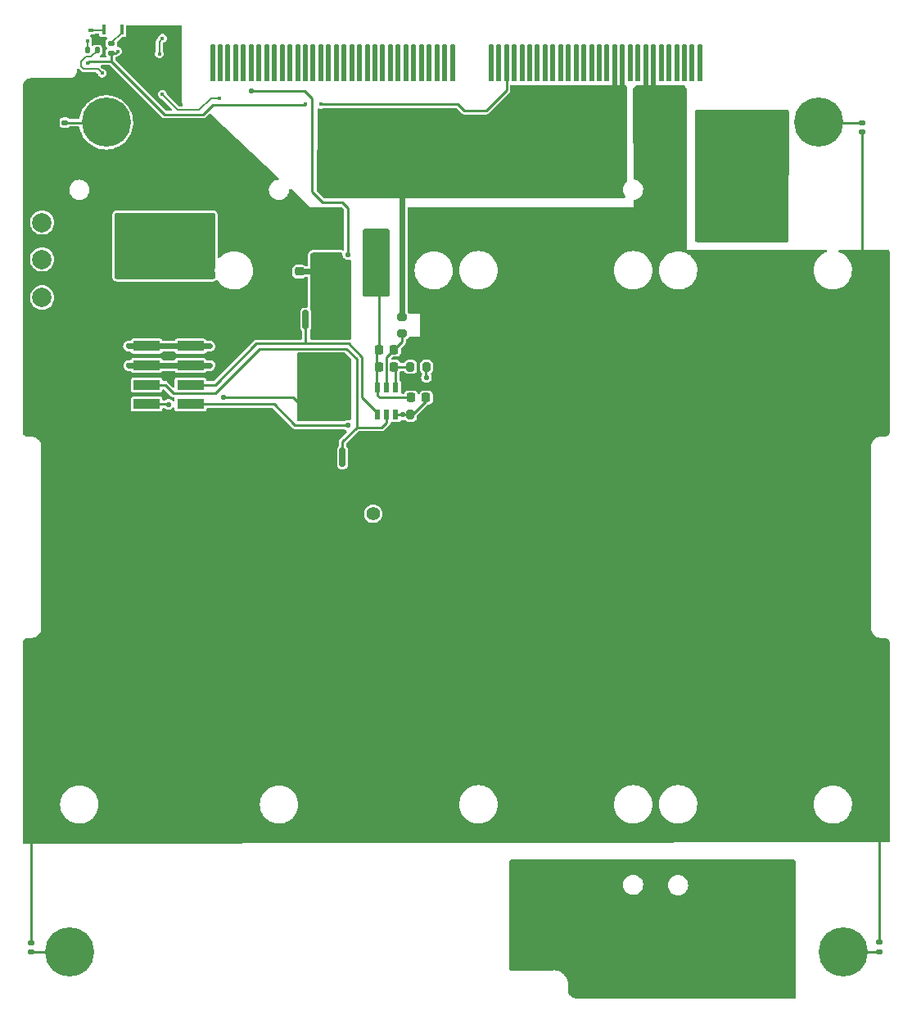
<source format=gtl>
%TF.GenerationSoftware,KiCad,Pcbnew,(6.0.2)*%
%TF.CreationDate,2022-09-07T09:45:00-04:00*%
%TF.ProjectId,batteryboard,62617474-6572-4796-926f-6172642e6b69,rev?*%
%TF.SameCoordinates,Original*%
%TF.FileFunction,Copper,L1,Top*%
%TF.FilePolarity,Positive*%
%FSLAX46Y46*%
G04 Gerber Fmt 4.6, Leading zero omitted, Abs format (unit mm)*
G04 Created by KiCad (PCBNEW (6.0.2)) date 2022-09-07 09:45:00*
%MOMM*%
%LPD*%
G01*
G04 APERTURE LIST*
G04 Aperture macros list*
%AMRoundRect*
0 Rectangle with rounded corners*
0 $1 Rounding radius*
0 $2 $3 $4 $5 $6 $7 $8 $9 X,Y pos of 4 corners*
0 Add a 4 corners polygon primitive as box body*
4,1,4,$2,$3,$4,$5,$6,$7,$8,$9,$2,$3,0*
0 Add four circle primitives for the rounded corners*
1,1,$1+$1,$2,$3*
1,1,$1+$1,$4,$5*
1,1,$1+$1,$6,$7*
1,1,$1+$1,$8,$9*
0 Add four rect primitives between the rounded corners*
20,1,$1+$1,$2,$3,$4,$5,0*
20,1,$1+$1,$4,$5,$6,$7,0*
20,1,$1+$1,$6,$7,$8,$9,0*
20,1,$1+$1,$8,$9,$2,$3,0*%
%AMFreePoly0*
4,1,12,0.105238,2.379067,0.194454,2.319454,0.254067,2.230238,0.275000,2.125000,0.275000,-1.400000,-0.275000,-1.400000,-0.275000,2.125000,-0.254067,2.230238,-0.194454,2.319454,-0.105238,2.379067,0.000000,2.400000,0.105238,2.379067,0.105238,2.379067,$1*%
G04 Aperture macros list end*
%TA.AperFunction,SMDPad,CuDef*%
%ADD10R,4.000000X6.800000*%
%TD*%
%TA.AperFunction,SMDPad,CuDef*%
%ADD11R,6.800000X7.300000*%
%TD*%
%TA.AperFunction,SMDPad,CuDef*%
%ADD12R,0.600000X1.000000*%
%TD*%
%TA.AperFunction,SMDPad,CuDef*%
%ADD13RoundRect,0.225000X-0.225000X-0.250000X0.225000X-0.250000X0.225000X0.250000X-0.225000X0.250000X0*%
%TD*%
%TA.AperFunction,SMDPad,CuDef*%
%ADD14RoundRect,0.225000X-0.250000X0.225000X-0.250000X-0.225000X0.250000X-0.225000X0.250000X0.225000X0*%
%TD*%
%TA.AperFunction,SMDPad,CuDef*%
%ADD15RoundRect,0.200000X-0.275000X0.200000X-0.275000X-0.200000X0.275000X-0.200000X0.275000X0.200000X0*%
%TD*%
%TA.AperFunction,SMDPad,CuDef*%
%ADD16RoundRect,0.200000X0.200000X0.275000X-0.200000X0.275000X-0.200000X-0.275000X0.200000X-0.275000X0*%
%TD*%
%TA.AperFunction,SMDPad,CuDef*%
%ADD17RoundRect,0.150000X0.150000X-0.825000X0.150000X0.825000X-0.150000X0.825000X-0.150000X-0.825000X0*%
%TD*%
%TA.AperFunction,SMDPad,CuDef*%
%ADD18RoundRect,0.150000X-0.150000X0.825000X-0.150000X-0.825000X0.150000X-0.825000X0.150000X0.825000X0*%
%TD*%
%TA.AperFunction,SMDPad,CuDef*%
%ADD19RoundRect,0.200000X-0.200000X-0.275000X0.200000X-0.275000X0.200000X0.275000X-0.200000X0.275000X0*%
%TD*%
%TA.AperFunction,SMDPad,CuDef*%
%ADD20RoundRect,0.249999X0.362501X1.425001X-0.362501X1.425001X-0.362501X-1.425001X0.362501X-1.425001X0*%
%TD*%
%TA.AperFunction,ComponentPad*%
%ADD21C,2.000000*%
%TD*%
%TA.AperFunction,SMDPad,CuDef*%
%ADD22RoundRect,0.140000X0.170000X-0.140000X0.170000X0.140000X-0.170000X0.140000X-0.170000X-0.140000X0*%
%TD*%
%TA.AperFunction,SMDPad,CuDef*%
%ADD23RoundRect,0.140000X-0.170000X0.140000X-0.170000X-0.140000X0.170000X-0.140000X0.170000X0.140000X0*%
%TD*%
%TA.AperFunction,SMDPad,CuDef*%
%ADD24R,0.370000X1.000000*%
%TD*%
%TA.AperFunction,ComponentPad*%
%ADD25C,5.080000*%
%TD*%
%TA.AperFunction,SMDPad,CuDef*%
%ADD26FreePoly0,0.000000*%
%TD*%
%TA.AperFunction,SMDPad,CuDef*%
%ADD27R,0.400000X0.450000*%
%TD*%
%TA.AperFunction,SMDPad,CuDef*%
%ADD28R,0.500000X0.450000*%
%TD*%
%TA.AperFunction,SMDPad,CuDef*%
%ADD29RoundRect,0.135000X0.185000X-0.135000X0.185000X0.135000X-0.185000X0.135000X-0.185000X-0.135000X0*%
%TD*%
%TA.AperFunction,SMDPad,CuDef*%
%ADD30RoundRect,0.135000X-0.135000X-0.185000X0.135000X-0.185000X0.135000X0.185000X-0.135000X0.185000X0*%
%TD*%
%TA.AperFunction,SMDPad,CuDef*%
%ADD31R,2.770000X1.020000*%
%TD*%
%TA.AperFunction,ComponentPad*%
%ADD32C,1.400000*%
%TD*%
%TA.AperFunction,ComponentPad*%
%ADD33O,1.400000X1.400000*%
%TD*%
%TA.AperFunction,ViaPad*%
%ADD34C,0.584200*%
%TD*%
%TA.AperFunction,ViaPad*%
%ADD35C,0.381000*%
%TD*%
%TA.AperFunction,Conductor*%
%ADD36C,0.279400*%
%TD*%
%TA.AperFunction,Conductor*%
%ADD37C,0.609600*%
%TD*%
%TA.AperFunction,Conductor*%
%ADD38C,0.254000*%
%TD*%
%TA.AperFunction,Conductor*%
%ADD39C,0.508000*%
%TD*%
%TA.AperFunction,Conductor*%
%ADD40C,0.271780*%
%TD*%
%TA.AperFunction,Conductor*%
%ADD41C,0.203200*%
%TD*%
G04 APERTURE END LIST*
D10*
X127873300Y-55525100D03*
D11*
X129273300Y-136825100D03*
D12*
X90172500Y-83378500D03*
X91122500Y-83378500D03*
X92072500Y-83378500D03*
X92072500Y-80578500D03*
X91122500Y-80578500D03*
X90172500Y-80578500D03*
D11*
X108623100Y-136799700D03*
X108623100Y-55249700D03*
D13*
X90347500Y-76644500D03*
X91897500Y-76644500D03*
X90347500Y-78422500D03*
X91897500Y-78422500D03*
X93649500Y-81597500D03*
X95199500Y-81597500D03*
D14*
X82105500Y-68567000D03*
X82105500Y-70117000D03*
D15*
X92710000Y-73279500D03*
X92710000Y-74929500D03*
D16*
X95249500Y-78422500D03*
X93599500Y-78422500D03*
D17*
X82740500Y-87755500D03*
X84010500Y-87755500D03*
X85280500Y-87755500D03*
X86550500Y-87755500D03*
X86550500Y-82805500D03*
X85280500Y-82805500D03*
X84010500Y-82805500D03*
X82740500Y-82805500D03*
D18*
X86550500Y-73534500D03*
X85280500Y-73534500D03*
X84010500Y-73534500D03*
X82740500Y-73534500D03*
X82740500Y-78484500D03*
X84010500Y-78484500D03*
X85280500Y-78484500D03*
X86550500Y-78484500D03*
D19*
X93599500Y-83375500D03*
X95249500Y-83375500D03*
D20*
X90211500Y-68580000D03*
X84286500Y-68580000D03*
D21*
X55499000Y-67310000D03*
X55499000Y-71247000D03*
X55499000Y-74930000D03*
X55499000Y-63500000D03*
D22*
X57848500Y-54137500D03*
X57848500Y-53177500D03*
X140271500Y-54137500D03*
X140271500Y-53177500D03*
D23*
X142113000Y-137886500D03*
X142113000Y-138846500D03*
X54356000Y-137950000D03*
X54356000Y-138910000D03*
D24*
X61862178Y-43591480D03*
X63722178Y-43591480D03*
D25*
X62118400Y-53157200D03*
X135778400Y-53157200D03*
X138318400Y-138887200D03*
X58318400Y-138887200D03*
D26*
X73122220Y-47404353D03*
X73922220Y-47404353D03*
X74722220Y-47404353D03*
X75522220Y-47404353D03*
X76322220Y-47404353D03*
X77122220Y-47404353D03*
X77922220Y-47404353D03*
X78722220Y-47404353D03*
X79522220Y-47404353D03*
X80322220Y-47404353D03*
X81122220Y-47404353D03*
X81922220Y-47404353D03*
X82722220Y-47404353D03*
X83522220Y-47404353D03*
X84322220Y-47404353D03*
X85122220Y-47404353D03*
X85922220Y-47404353D03*
X86722220Y-47404353D03*
X87522220Y-47404353D03*
X88322220Y-47404353D03*
X89122220Y-47404353D03*
X89922220Y-47404353D03*
X90722220Y-47404353D03*
X91522220Y-47404353D03*
X92322220Y-47404353D03*
X93122220Y-47404353D03*
X93922220Y-47404353D03*
X94722220Y-47404353D03*
X95522220Y-47404353D03*
X96322220Y-47404353D03*
X97122220Y-47404353D03*
X97922220Y-47404353D03*
X101922220Y-47404353D03*
X102722220Y-47404353D03*
X103522220Y-47404353D03*
X104322220Y-47404353D03*
X105122220Y-47404353D03*
X105922220Y-47404353D03*
X106722220Y-47404353D03*
X107522220Y-47404353D03*
X108322220Y-47404353D03*
X109122220Y-47404353D03*
X109922220Y-47404353D03*
X110722220Y-47404353D03*
X111522220Y-47404353D03*
X112322220Y-47404353D03*
X113122220Y-47404353D03*
X113922220Y-47404353D03*
X114722220Y-47404353D03*
X115522220Y-47404353D03*
X116322220Y-47404353D03*
X117122220Y-47404353D03*
X117922220Y-47404353D03*
X118722220Y-47404353D03*
X119522220Y-47404353D03*
X120322220Y-47404353D03*
X121122220Y-47404353D03*
X121922220Y-47404353D03*
X122722220Y-47404353D03*
X123522220Y-47404353D03*
D27*
X60179000Y-44745600D03*
X60979000Y-44745600D03*
D28*
X60579000Y-43595600D03*
D29*
X62661800Y-45976000D03*
X62661800Y-44956000D03*
D30*
X60170600Y-45694600D03*
X61190600Y-45694600D03*
D31*
X70855000Y-64273000D03*
X70855000Y-66273000D03*
X70855000Y-68273000D03*
X70855000Y-70273000D03*
X70855000Y-72273000D03*
X70855000Y-74273000D03*
X70855000Y-76273000D03*
X70855000Y-78273000D03*
X70855000Y-80273000D03*
X70855000Y-82273000D03*
X66305000Y-64273000D03*
X66305000Y-66273000D03*
X66305000Y-68273000D03*
X66305000Y-70273000D03*
X66305000Y-72273000D03*
X66305000Y-74273000D03*
X66305000Y-76273000D03*
X66305000Y-78273000D03*
X66305000Y-80273000D03*
X66305000Y-82273000D03*
D32*
X89739000Y-93599000D03*
D33*
X84659000Y-93599000D03*
D34*
X90106500Y-65341500D03*
X90106500Y-64579500D03*
X90106500Y-66103500D03*
X90995500Y-65341500D03*
X90995500Y-66103500D03*
X90995500Y-64579500D03*
X124460000Y-58420000D03*
X125730000Y-59690000D03*
X130810000Y-62230000D03*
X124460000Y-55880000D03*
X132080000Y-53340000D03*
X124460000Y-63500000D03*
X127000000Y-60960000D03*
X125730000Y-62230000D03*
X72825000Y-76273000D03*
X132080000Y-55880000D03*
X132080000Y-60960000D03*
X132080000Y-63500000D03*
X128270000Y-62230000D03*
X127000000Y-63500000D03*
X129540000Y-63500000D03*
X89217500Y-66103500D03*
X68507000Y-76273000D03*
X125730000Y-64770000D03*
X124460000Y-53340000D03*
X128270000Y-64770000D03*
X89217500Y-64579500D03*
X130810000Y-64770000D03*
X124460000Y-60960000D03*
X64443000Y-76273000D03*
X132080000Y-58420000D03*
X89217500Y-65341500D03*
X130810000Y-59690000D03*
X128270000Y-59690000D03*
X129540000Y-60960000D03*
D35*
X66128900Y-45948600D03*
X65493900Y-48463200D03*
X61810900Y-45186600D03*
D34*
X120015000Y-53340000D03*
X117475000Y-52070000D03*
X120000000Y-49800000D03*
X121285000Y-50165000D03*
X117475000Y-53340000D03*
X120015000Y-50800000D03*
X121285000Y-51435000D03*
X118722220Y-50187780D03*
X121285000Y-52705000D03*
X118745000Y-51435000D03*
D35*
X65151000Y-50673000D03*
D34*
X120015000Y-52070000D03*
X117475000Y-50800000D03*
X118745000Y-52705000D03*
X115570000Y-139700000D03*
X114300000Y-135890000D03*
X119380000Y-133350000D03*
X118110000Y-137160000D03*
X116840000Y-133350000D03*
X124460000Y-133350000D03*
X72857000Y-78273000D03*
X113030000Y-137160000D03*
X123190000Y-139700000D03*
X115570000Y-134620000D03*
X121920000Y-133350000D03*
X119380000Y-138430000D03*
X114300000Y-133350000D03*
X123190000Y-137160000D03*
X124460000Y-138430000D03*
X64475000Y-78273000D03*
X95250000Y-79502002D03*
X121920000Y-138430000D03*
X124460000Y-135890000D03*
X119380000Y-135890000D03*
X116840000Y-138430000D03*
X120650000Y-139700000D03*
X68539000Y-78273000D03*
X113030000Y-139700000D03*
X116840000Y-135890000D03*
X120650000Y-137160000D03*
X121920000Y-135890000D03*
X115570000Y-137160000D03*
X120650000Y-134620000D03*
X118110000Y-139700000D03*
X118110000Y-134620000D03*
X113030000Y-134620000D03*
X114300000Y-138430000D03*
X123190000Y-134620000D03*
X100330000Y-55880000D03*
X95250000Y-53340000D03*
X97790000Y-58420000D03*
X96520000Y-54610000D03*
X72898000Y-68326000D03*
X96520000Y-57150000D03*
X72898000Y-64262000D03*
X64262000Y-66294000D03*
X92710000Y-55880000D03*
X92710000Y-53340000D03*
X93980000Y-54610000D03*
X100330000Y-58420000D03*
X102870000Y-58420000D03*
X72898000Y-66294000D03*
X64262000Y-64262000D03*
X96520000Y-52070000D03*
X101600000Y-54610000D03*
X99060000Y-54610000D03*
X102870000Y-53340000D03*
X95250000Y-58420000D03*
X68580000Y-68326000D03*
X104140000Y-57150000D03*
X68580000Y-64262000D03*
X68580000Y-66294000D03*
X104140000Y-54610000D03*
X93980000Y-57150000D03*
X104140000Y-52070000D03*
X100330000Y-53340000D03*
X101600000Y-57150000D03*
X99060000Y-57150000D03*
X95250000Y-55880000D03*
X93980000Y-52070000D03*
X64262000Y-68326000D03*
X92710000Y-58420000D03*
X97790000Y-55880000D03*
X102870000Y-55880000D03*
X97790000Y-53340000D03*
X87122000Y-84455000D03*
X92770500Y-83378500D03*
D35*
X67614800Y-46050200D03*
X67945000Y-44450000D03*
D34*
X68580000Y-82296000D03*
X74295000Y-81534000D03*
X77122220Y-49877780D03*
X87122000Y-66802000D03*
D35*
X60198000Y-46990000D03*
X63334900Y-45796200D03*
X82690208Y-51294792D03*
X84328000Y-51294792D03*
X67945000Y-50266600D03*
X73837800Y-50622200D03*
X61707979Y-48068179D03*
D36*
X91884500Y-76644500D02*
X91910000Y-76644500D01*
X92710000Y-74892000D02*
X92710000Y-75844500D01*
X91122500Y-77406500D02*
X91884500Y-76644500D01*
X91122500Y-80578500D02*
X91122500Y-77406500D01*
X92710000Y-75844500D02*
X91910000Y-76644500D01*
X90106500Y-80512500D02*
X90106500Y-78422500D01*
X90106500Y-76873000D02*
X90335000Y-76644500D01*
X90412100Y-81597500D02*
X90172500Y-81357900D01*
X90335000Y-76644500D02*
X90335000Y-68766000D01*
D37*
X66305000Y-76273000D02*
X68507000Y-76273000D01*
D36*
X93637000Y-81597500D02*
X90412100Y-81597500D01*
X90172500Y-81357900D02*
X90172500Y-80578500D01*
D37*
X68507000Y-76273000D02*
X70855000Y-76273000D01*
X66305000Y-76273000D02*
X64443000Y-76273000D01*
D36*
X90172500Y-80578500D02*
X90106500Y-80512500D01*
X90335000Y-68766000D02*
X90149000Y-68580000D01*
X90106500Y-78422500D02*
X90106500Y-76873000D01*
D37*
X70855000Y-76273000D02*
X72825000Y-76273000D01*
D36*
X90335000Y-78422500D02*
X90106500Y-78422500D01*
D37*
X82105500Y-68554500D02*
X84323500Y-68554500D01*
D38*
X61369900Y-44745600D02*
X60979000Y-44745600D01*
X61810900Y-45186600D02*
X61369900Y-44745600D01*
D39*
X118722220Y-47404353D02*
X118722220Y-50142220D01*
D40*
X54356000Y-137950000D02*
X54356000Y-127444000D01*
D39*
X117922220Y-47404353D02*
X117922220Y-50358220D01*
D40*
X140271500Y-54137500D02*
X140271500Y-67871500D01*
D41*
X65493900Y-48463200D02*
X65493900Y-46583600D01*
X65493900Y-46583600D02*
X66128900Y-45948600D01*
D40*
X142113000Y-137886500D02*
X142113000Y-127113000D01*
D37*
X70855000Y-78273000D02*
X72857000Y-78273000D01*
X70855000Y-78273000D02*
X68539000Y-78273000D01*
D36*
X95212000Y-79464002D02*
X95250000Y-79502002D01*
X95212000Y-78422500D02*
X95212000Y-79464002D01*
D37*
X66305000Y-78273000D02*
X64475000Y-78273000D01*
X68539000Y-78273000D02*
X66305000Y-78273000D01*
X92710000Y-73317000D02*
X92710000Y-58420000D01*
D39*
X115522220Y-47404353D02*
X115522220Y-50371220D01*
X114722220Y-47404353D02*
X114722220Y-50504780D01*
D36*
X93789500Y-83375500D02*
X95212000Y-81953000D01*
X81661000Y-84455000D02*
X87122000Y-84455000D01*
X92770500Y-83378500D02*
X93634000Y-83378500D01*
X93634000Y-83378500D02*
X93637000Y-83375500D01*
X93637000Y-83375500D02*
X93789500Y-83375500D01*
X70855000Y-82273000D02*
X79479000Y-82273000D01*
X79479000Y-82273000D02*
X81661000Y-84455000D01*
X95212000Y-81953000D02*
X95212000Y-81597500D01*
X92072500Y-83378500D02*
X92770500Y-83378500D01*
X92072500Y-80578500D02*
X92072500Y-78585000D01*
X92072500Y-78585000D02*
X91910000Y-78422500D01*
X91910000Y-78422500D02*
X93637000Y-78422500D01*
D38*
X58295600Y-138910000D02*
X58318400Y-138887200D01*
X57848500Y-53177500D02*
X62098100Y-53177500D01*
X140271500Y-53177500D02*
X135798700Y-53177500D01*
X54356000Y-138910000D02*
X58295600Y-138910000D01*
X142113000Y-138846500D02*
X138359100Y-138846500D01*
X62098100Y-53177500D02*
X62118400Y-53157200D01*
X138359100Y-138846500D02*
X138318400Y-138887200D01*
X135798700Y-53177500D02*
X135778400Y-53157200D01*
D41*
X60579000Y-43595600D02*
X61858058Y-43595600D01*
X61858058Y-43595600D02*
X61862178Y-43591480D01*
X62661800Y-44956000D02*
X62661800Y-44932600D01*
X62661800Y-44932600D02*
X63722178Y-43872222D01*
X63722178Y-43872222D02*
X63722178Y-43591480D01*
X67614800Y-46050200D02*
X67614800Y-44780200D01*
X67614800Y-44780200D02*
X67945000Y-44450000D01*
D36*
X73397000Y-80273000D02*
X70855000Y-80273000D01*
X88582500Y-77406500D02*
X88582500Y-81597500D01*
X87185500Y-76009500D02*
X88582500Y-77406500D01*
X82740500Y-76009500D02*
X87185500Y-76009500D01*
X90172500Y-83187500D02*
X90172500Y-83378500D01*
X77660500Y-76009500D02*
X82740500Y-76009500D01*
X82740500Y-73534500D02*
X82740500Y-76009500D01*
X73397000Y-80273000D02*
X77660500Y-76009500D01*
X88582500Y-81597500D02*
X90172500Y-83187500D01*
X66305000Y-80273000D02*
X68208000Y-80273000D01*
X73382789Y-81176211D02*
X78016580Y-76542420D01*
X78016580Y-76542420D02*
X86964758Y-76542420D01*
X88049580Y-84670420D02*
X90609980Y-84670420D01*
X69111211Y-81176211D02*
X73382789Y-81176211D01*
X88049580Y-77627242D02*
X88049580Y-84670420D01*
X86964758Y-76542420D02*
X88049580Y-77627242D01*
X86550500Y-86169500D02*
X86550500Y-87755500D01*
X86550500Y-86169500D02*
X88049580Y-84670420D01*
X90609980Y-84670420D02*
X91122500Y-84157900D01*
X68208000Y-80273000D02*
X69111211Y-81176211D01*
X91122500Y-83378500D02*
X91122500Y-84157900D01*
X66305000Y-82273000D02*
X68557000Y-82273000D01*
X82740500Y-82805500D02*
X81469000Y-81534000D01*
X68557000Y-82273000D02*
X68580000Y-82296000D01*
X81469000Y-81534000D02*
X74295000Y-81534000D01*
D38*
X86546000Y-61400000D02*
X87122000Y-61976000D01*
X83439000Y-50673000D02*
X83439000Y-60325000D01*
X82643780Y-49877780D02*
X83439000Y-50673000D01*
X84514000Y-61400000D02*
X86546000Y-61400000D01*
X77122220Y-49877780D02*
X82643780Y-49877780D01*
X83439000Y-60325000D02*
X84514000Y-61400000D01*
X87122000Y-61976000D02*
X87122000Y-66802000D01*
X62661800Y-45976000D02*
X63133700Y-45976000D01*
D41*
X63155100Y-45976000D02*
X63334900Y-45796200D01*
X62661800Y-45976000D02*
X63155100Y-45976000D01*
D38*
X101419274Y-51939179D02*
X103522220Y-49836233D01*
X82677008Y-51308000D02*
X82690208Y-51294800D01*
X60198000Y-46990000D02*
X60350400Y-46837600D01*
X73152000Y-51308000D02*
X82677008Y-51308000D01*
X103522220Y-49836233D02*
X103522220Y-47404353D01*
X62661800Y-46837600D02*
X68168465Y-52344265D01*
X62661800Y-46837600D02*
X62661800Y-45976000D01*
X98512190Y-51294800D02*
X99156569Y-51939179D01*
X60350400Y-46837600D02*
X62661800Y-46837600D01*
X72115734Y-52344266D02*
X73152000Y-51308000D01*
X99156569Y-51939179D02*
X101419274Y-51939179D01*
X98512190Y-51294800D02*
X84328008Y-51294800D01*
X84328008Y-51294800D02*
X84328000Y-51294792D01*
X68168465Y-52344265D02*
X72115734Y-52344266D01*
D41*
X60179000Y-45686200D02*
X60170600Y-45694600D01*
X60179000Y-44745600D02*
X60179000Y-45686200D01*
X71734254Y-51862146D02*
X72974200Y-50622200D01*
X67945000Y-50266600D02*
X69540546Y-51862146D01*
X60071000Y-46355000D02*
X59563000Y-46863000D01*
X59563000Y-46863000D02*
X59563000Y-47371000D01*
X60579000Y-46355000D02*
X60071000Y-46355000D01*
X72974200Y-50622200D02*
X73837800Y-50622200D01*
X59563000Y-47371000D02*
X59817000Y-47625000D01*
X61264800Y-47625000D02*
X61707990Y-48068190D01*
X69540546Y-51862146D02*
X71734254Y-51862146D01*
X59817000Y-47625000D02*
X61264800Y-47625000D01*
X61190600Y-45743400D02*
X60579000Y-46355000D01*
%TA.AperFunction,Conductor*%
G36*
X91202170Y-64137421D02*
G01*
X91226073Y-64142175D01*
X91261091Y-64149141D01*
X91306510Y-64167954D01*
X91326329Y-64181196D01*
X91345939Y-64194300D01*
X91380700Y-64229061D01*
X91407045Y-64268488D01*
X91425860Y-64313911D01*
X91437579Y-64372830D01*
X91440000Y-64397410D01*
X91440000Y-70921090D01*
X91437579Y-70945670D01*
X91425860Y-71004589D01*
X91407045Y-71050012D01*
X91380700Y-71089439D01*
X91345939Y-71124200D01*
X91326329Y-71137304D01*
X91306510Y-71150546D01*
X91261091Y-71169359D01*
X91226073Y-71176325D01*
X91202170Y-71181079D01*
X91177590Y-71183500D01*
X88908410Y-71183500D01*
X88883830Y-71181079D01*
X88859927Y-71176325D01*
X88824909Y-71169359D01*
X88779490Y-71150546D01*
X88759671Y-71137304D01*
X88740061Y-71124200D01*
X88705300Y-71089439D01*
X88678955Y-71050012D01*
X88660140Y-71004589D01*
X88648421Y-70945670D01*
X88646000Y-70921090D01*
X88646000Y-64397410D01*
X88648421Y-64372830D01*
X88660140Y-64313911D01*
X88678955Y-64268488D01*
X88705300Y-64229061D01*
X88740061Y-64194300D01*
X88759671Y-64181196D01*
X88779490Y-64167954D01*
X88824909Y-64149141D01*
X88859927Y-64142175D01*
X88883830Y-64137421D01*
X88908410Y-64135000D01*
X91177590Y-64135000D01*
X91202170Y-64137421D01*
G37*
%TD.AperFunction*%
%TA.AperFunction,Conductor*%
G36*
X125369173Y-51817127D02*
G01*
X125388819Y-51818678D01*
X125389265Y-51818749D01*
X125394061Y-51819900D01*
X125582268Y-51834713D01*
X125595851Y-51835782D01*
X125618225Y-51837543D01*
X125622218Y-51838337D01*
X125635065Y-51835782D01*
X125659643Y-51833361D01*
X125809772Y-51833361D01*
X125834352Y-51835782D01*
X125847213Y-51838340D01*
X125856823Y-51836429D01*
X125861991Y-51835920D01*
X125862322Y-51835920D01*
X125862972Y-51835823D01*
X125951658Y-51827088D01*
X126003566Y-51821976D01*
X126003569Y-51821975D01*
X126009726Y-51821369D01*
X126014924Y-51819792D01*
X126038813Y-51817445D01*
X131272891Y-51819932D01*
X132467971Y-51820500D01*
X132492578Y-51822938D01*
X132551558Y-51834713D01*
X132597014Y-51853591D01*
X132636456Y-51880013D01*
X132671210Y-51914865D01*
X132697521Y-51954382D01*
X132716271Y-51999890D01*
X132727879Y-52058895D01*
X132730249Y-52083511D01*
X132699422Y-65274696D01*
X132696949Y-65299244D01*
X132685119Y-65358068D01*
X132666243Y-65403399D01*
X132639863Y-65442740D01*
X132605091Y-65477414D01*
X132565677Y-65503683D01*
X132520292Y-65522432D01*
X132461436Y-65534096D01*
X132436882Y-65536500D01*
X127647411Y-65534216D01*
X123261491Y-65532125D01*
X123236919Y-65529694D01*
X123178016Y-65517952D01*
X123132621Y-65499129D01*
X123093210Y-65472778D01*
X123058467Y-65438017D01*
X123032136Y-65398593D01*
X123013334Y-65353185D01*
X123012972Y-65351362D01*
X123001621Y-65294277D01*
X122999203Y-65269708D01*
X122999494Y-52078528D01*
X123001917Y-52053939D01*
X123013645Y-51995005D01*
X123032470Y-51949575D01*
X123058831Y-51910139D01*
X123093610Y-51875377D01*
X123133060Y-51849034D01*
X123178498Y-51830233D01*
X123220103Y-51821976D01*
X123237436Y-51818536D01*
X123262024Y-51816125D01*
X125369173Y-51817127D01*
G37*
%TD.AperFunction*%
%TA.AperFunction,Conductor*%
G36*
X62519709Y-47239102D02*
G01*
X62540683Y-47256005D01*
X67860421Y-52575744D01*
X67875780Y-52594760D01*
X67876746Y-52595821D01*
X67882394Y-52604569D01*
X67890571Y-52611015D01*
X67908937Y-52625494D01*
X67913415Y-52629473D01*
X67913475Y-52629402D01*
X67917432Y-52632755D01*
X67921113Y-52636436D01*
X67925345Y-52639460D01*
X67925347Y-52639462D01*
X67936922Y-52647734D01*
X67941667Y-52651297D01*
X67982135Y-52683199D01*
X67990820Y-52686249D01*
X67998307Y-52691599D01*
X68047712Y-52706374D01*
X68053307Y-52708192D01*
X68101967Y-52725281D01*
X68107556Y-52725765D01*
X68110269Y-52725765D01*
X68112934Y-52725880D01*
X68112997Y-52725899D01*
X68112990Y-52726073D01*
X68113736Y-52726120D01*
X68119989Y-52727990D01*
X68160345Y-52726404D01*
X68174143Y-52725862D01*
X68179090Y-52725765D01*
X68785045Y-52725765D01*
X72061599Y-52725766D01*
X72085898Y-52728352D01*
X72087336Y-52728420D01*
X72097514Y-52730611D01*
X72131075Y-52726639D01*
X72137054Y-52726287D01*
X72137046Y-52726194D01*
X72142224Y-52725766D01*
X72147426Y-52725766D01*
X72166580Y-52722578D01*
X72172438Y-52721744D01*
X72189052Y-52719778D01*
X72213301Y-52716908D01*
X72213302Y-52716908D01*
X72223641Y-52715684D01*
X72231940Y-52711699D01*
X72241017Y-52710188D01*
X72286385Y-52685708D01*
X72291648Y-52683027D01*
X72330984Y-52664139D01*
X72330988Y-52664136D01*
X72338132Y-52660706D01*
X72342426Y-52657096D01*
X72344358Y-52655164D01*
X72346307Y-52653377D01*
X72346360Y-52653348D01*
X72346479Y-52653478D01*
X72347047Y-52652977D01*
X72352791Y-52649878D01*
X72389588Y-52610071D01*
X72393018Y-52606504D01*
X72715317Y-52284206D01*
X72777629Y-52250181D01*
X72848445Y-52255246D01*
X72890363Y-52281171D01*
X79952165Y-58869789D01*
X79988328Y-58930885D01*
X79985719Y-59001833D01*
X79945167Y-59060109D01*
X79878505Y-59087316D01*
X79795416Y-59095463D01*
X79600261Y-59154384D01*
X79420266Y-59250089D01*
X79262288Y-59378932D01*
X79253727Y-59389281D01*
X79136274Y-59531256D01*
X79136272Y-59531260D01*
X79132345Y-59536006D01*
X79035386Y-59715328D01*
X78975104Y-59910068D01*
X78953795Y-60112808D01*
X78972271Y-60315825D01*
X78974012Y-60321739D01*
X78974012Y-60321741D01*
X79009173Y-60441206D01*
X79029829Y-60511388D01*
X79032686Y-60516853D01*
X79121420Y-60686586D01*
X79121423Y-60686590D01*
X79124275Y-60692046D01*
X79252012Y-60850919D01*
X79408175Y-60981956D01*
X79586816Y-61080164D01*
X79592683Y-61082025D01*
X79592685Y-61082026D01*
X79610247Y-61087597D01*
X79781130Y-61141805D01*
X79939781Y-61159600D01*
X80049600Y-61159600D01*
X80201184Y-61144737D01*
X80396339Y-61085816D01*
X80576334Y-60990111D01*
X80734312Y-60861268D01*
X80790541Y-60793299D01*
X80860326Y-60708944D01*
X80860328Y-60708940D01*
X80864255Y-60704194D01*
X80961214Y-60524872D01*
X80991355Y-60427502D01*
X81019674Y-60336019D01*
X81019675Y-60336016D01*
X81021496Y-60330132D01*
X81023645Y-60309684D01*
X81039357Y-60160200D01*
X81066370Y-60094543D01*
X81124592Y-60053914D01*
X81195537Y-60051211D01*
X81250622Y-60081242D01*
X83200000Y-61900000D01*
X86454287Y-61900000D01*
X86522408Y-61920002D01*
X86543381Y-61936903D01*
X86632477Y-62026000D01*
X86703596Y-62097119D01*
X86737621Y-62159431D01*
X86740500Y-62186214D01*
X86740500Y-66263147D01*
X86720498Y-66331268D01*
X86666842Y-66377761D01*
X86596568Y-66387865D01*
X86579010Y-66384045D01*
X86523647Y-66367789D01*
X86519188Y-66367148D01*
X86519184Y-66367147D01*
X86487867Y-66362645D01*
X86452087Y-66357500D01*
X83510910Y-66357500D01*
X83509371Y-66357576D01*
X83509355Y-66357576D01*
X83487580Y-66358646D01*
X83487579Y-66358646D01*
X83486013Y-66358723D01*
X83461433Y-66361144D01*
X83459936Y-66361366D01*
X83459920Y-66361368D01*
X83441408Y-66364114D01*
X83436783Y-66364800D01*
X83412880Y-66369554D01*
X83412871Y-66369556D01*
X83377853Y-66376522D01*
X83374891Y-66377420D01*
X83374885Y-66377422D01*
X83355947Y-66383167D01*
X83330208Y-66390975D01*
X83284789Y-66409788D01*
X83240880Y-66433258D01*
X83223007Y-66445200D01*
X83221061Y-66446500D01*
X83221049Y-66446508D01*
X83210285Y-66453701D01*
X83201439Y-66459612D01*
X83162956Y-66491195D01*
X83128195Y-66525956D01*
X83096609Y-66564443D01*
X83094886Y-66567022D01*
X83094885Y-66567023D01*
X83071984Y-66601295D01*
X83071979Y-66601304D01*
X83070264Y-66603870D01*
X83046790Y-66647786D01*
X83027976Y-66693207D01*
X83013522Y-66740853D01*
X83006556Y-66775871D01*
X83006554Y-66775880D01*
X83001800Y-66799783D01*
X82998144Y-66824433D01*
X82995723Y-66849013D01*
X82994500Y-66873910D01*
X82994500Y-67869200D01*
X82974498Y-67937321D01*
X82920842Y-67983814D01*
X82868500Y-67995200D01*
X82734342Y-67995200D01*
X82666221Y-67975198D01*
X82658776Y-67970026D01*
X82595317Y-67922465D01*
X82595314Y-67922463D01*
X82588135Y-67917083D01*
X82579730Y-67913932D01*
X82466919Y-67871642D01*
X82466918Y-67871642D01*
X82459524Y-67868870D01*
X82451674Y-67868017D01*
X82451673Y-67868017D01*
X82404286Y-67862869D01*
X82404285Y-67862869D01*
X82400889Y-67862500D01*
X82105544Y-67862500D01*
X81810112Y-67862501D01*
X81806718Y-67862870D01*
X81806712Y-67862870D01*
X81759334Y-67868016D01*
X81759330Y-67868017D01*
X81751476Y-67868870D01*
X81622865Y-67917083D01*
X81615686Y-67922463D01*
X81615683Y-67922465D01*
X81586743Y-67944155D01*
X81512956Y-67999456D01*
X81507577Y-68006633D01*
X81435965Y-68102183D01*
X81435963Y-68102186D01*
X81430583Y-68109365D01*
X81427433Y-68117769D01*
X81427432Y-68117770D01*
X81420858Y-68135308D01*
X81382370Y-68237976D01*
X81381517Y-68245826D01*
X81381517Y-68245827D01*
X81378383Y-68274674D01*
X81376000Y-68296611D01*
X81376001Y-68837388D01*
X81382370Y-68896024D01*
X81400353Y-68943995D01*
X81424437Y-69008239D01*
X81430583Y-69024635D01*
X81435963Y-69031814D01*
X81435965Y-69031817D01*
X81437331Y-69033639D01*
X81512956Y-69134544D01*
X81520133Y-69139923D01*
X81615683Y-69211535D01*
X81615686Y-69211537D01*
X81622865Y-69216917D01*
X81631269Y-69220067D01*
X81631270Y-69220068D01*
X81744081Y-69262358D01*
X81744082Y-69262358D01*
X81751476Y-69265130D01*
X81759326Y-69265983D01*
X81759327Y-69265983D01*
X81806705Y-69271130D01*
X81810111Y-69271500D01*
X82105456Y-69271500D01*
X82400888Y-69271499D01*
X82404282Y-69271130D01*
X82404288Y-69271130D01*
X82451666Y-69265984D01*
X82451670Y-69265983D01*
X82459524Y-69265130D01*
X82588135Y-69216917D01*
X82595314Y-69211537D01*
X82595317Y-69211535D01*
X82692133Y-69138974D01*
X82758640Y-69114126D01*
X82767699Y-69113800D01*
X82868500Y-69113800D01*
X82936621Y-69133802D01*
X82983114Y-69187458D01*
X82994500Y-69239800D01*
X82994500Y-72179000D01*
X82974498Y-72247121D01*
X82920842Y-72293614D01*
X82868500Y-72305000D01*
X82558666Y-72305000D01*
X82463945Y-72320002D01*
X82349777Y-72378174D01*
X82259174Y-72468777D01*
X82201002Y-72582945D01*
X82186000Y-72677666D01*
X82186000Y-74391334D01*
X82201002Y-74486055D01*
X82259174Y-74600223D01*
X82309395Y-74650444D01*
X82343421Y-74712756D01*
X82346300Y-74739539D01*
X82346300Y-75489300D01*
X82326298Y-75557421D01*
X82272642Y-75603914D01*
X82220300Y-75615300D01*
X77598065Y-75615300D01*
X77588638Y-75618363D01*
X77588631Y-75618364D01*
X77577619Y-75621942D01*
X77558400Y-75626556D01*
X77546962Y-75628368D01*
X77546958Y-75628369D01*
X77537167Y-75629920D01*
X77518018Y-75639677D01*
X77499755Y-75647242D01*
X77479306Y-75653886D01*
X77471284Y-75659715D01*
X77471281Y-75659716D01*
X77461914Y-75666522D01*
X77445056Y-75676853D01*
X77425907Y-75686610D01*
X73270622Y-79841895D01*
X73208310Y-79875921D01*
X73181527Y-79878800D01*
X72620499Y-79878800D01*
X72552378Y-79858798D01*
X72505885Y-79805142D01*
X72494499Y-79752800D01*
X72494499Y-79737934D01*
X72479734Y-79663699D01*
X72472134Y-79652324D01*
X72430377Y-79589832D01*
X72423484Y-79579516D01*
X72339301Y-79523266D01*
X72265067Y-79508500D01*
X70855228Y-79508500D01*
X69444934Y-79508501D01*
X69409182Y-79515612D01*
X69382874Y-79520844D01*
X69382872Y-79520845D01*
X69370699Y-79523266D01*
X69360379Y-79530161D01*
X69360378Y-79530162D01*
X69299985Y-79570516D01*
X69286516Y-79579516D01*
X69230266Y-79663699D01*
X69215500Y-79737933D01*
X69215500Y-79744120D01*
X69215501Y-80418828D01*
X69195499Y-80486949D01*
X69141843Y-80533442D01*
X69071570Y-80543546D01*
X69006989Y-80514053D01*
X69000406Y-80507923D01*
X68442593Y-79950110D01*
X68423440Y-79940351D01*
X68406583Y-79930020D01*
X68397219Y-79923217D01*
X68397217Y-79923216D01*
X68389194Y-79917387D01*
X68379767Y-79914324D01*
X68379761Y-79914321D01*
X68368748Y-79910743D01*
X68350484Y-79903178D01*
X68331333Y-79893420D01*
X68321544Y-79891870D01*
X68321542Y-79891869D01*
X68310100Y-79890057D01*
X68290882Y-79885444D01*
X68270435Y-79878800D01*
X68070499Y-79878800D01*
X68002378Y-79858798D01*
X67955885Y-79805142D01*
X67944499Y-79752800D01*
X67944499Y-79737934D01*
X67929734Y-79663699D01*
X67922134Y-79652324D01*
X67880377Y-79589832D01*
X67873484Y-79579516D01*
X67789301Y-79523266D01*
X67715067Y-79508500D01*
X66305228Y-79508500D01*
X64894934Y-79508501D01*
X64859182Y-79515612D01*
X64832874Y-79520844D01*
X64832872Y-79520845D01*
X64820699Y-79523266D01*
X64810379Y-79530161D01*
X64810378Y-79530162D01*
X64749985Y-79570516D01*
X64736516Y-79579516D01*
X64680266Y-79663699D01*
X64665500Y-79737933D01*
X64665501Y-80808066D01*
X64671491Y-80838181D01*
X64677422Y-80868001D01*
X64680266Y-80882301D01*
X64736516Y-80966484D01*
X64820699Y-81022734D01*
X64894933Y-81037500D01*
X66304772Y-81037500D01*
X67715066Y-81037499D01*
X67750818Y-81030388D01*
X67777126Y-81025156D01*
X67777128Y-81025155D01*
X67789301Y-81022734D01*
X67799621Y-81015839D01*
X67799622Y-81015838D01*
X67863168Y-80973377D01*
X67873484Y-80966484D01*
X67929734Y-80882301D01*
X67938510Y-80838181D01*
X67971417Y-80775271D01*
X68033112Y-80740139D01*
X68104007Y-80743939D01*
X68151184Y-80773667D01*
X68876618Y-81499101D01*
X68894078Y-81507997D01*
X68895771Y-81508860D01*
X68912628Y-81519191D01*
X68921992Y-81525994D01*
X68921994Y-81525995D01*
X68930017Y-81531824D01*
X68939444Y-81534887D01*
X68939450Y-81534890D01*
X68950463Y-81538468D01*
X68968727Y-81546033D01*
X68987878Y-81555791D01*
X68997668Y-81557342D01*
X68997669Y-81557342D01*
X69009111Y-81559154D01*
X69028328Y-81563767D01*
X69048775Y-81570411D01*
X69095291Y-81570411D01*
X69163412Y-81590413D01*
X69209905Y-81644069D01*
X69218870Y-81720990D01*
X69215500Y-81737933D01*
X69215500Y-81855127D01*
X69195498Y-81923248D01*
X69141842Y-81969741D01*
X69071568Y-81979845D01*
X69006988Y-81950351D01*
X68989543Y-81931837D01*
X68969840Y-81906160D01*
X68903333Y-81855127D01*
X68862212Y-81823573D01*
X68862210Y-81823572D01*
X68855659Y-81818545D01*
X68848028Y-81815384D01*
X68730319Y-81766628D01*
X68730315Y-81766627D01*
X68722691Y-81763469D01*
X68580000Y-81744683D01*
X68437309Y-81763469D01*
X68304342Y-81818545D01*
X68286686Y-81832093D01*
X68259748Y-81852763D01*
X68193527Y-81878363D01*
X68183044Y-81878800D01*
X68070499Y-81878800D01*
X68002378Y-81858798D01*
X67955885Y-81805142D01*
X67944499Y-81752800D01*
X67944499Y-81737934D01*
X67937388Y-81702182D01*
X67932156Y-81675874D01*
X67932155Y-81675872D01*
X67929734Y-81663699D01*
X67916618Y-81644069D01*
X67880377Y-81589832D01*
X67873484Y-81579516D01*
X67789301Y-81523266D01*
X67715067Y-81508500D01*
X66305228Y-81508500D01*
X64894934Y-81508501D01*
X64859182Y-81515612D01*
X64832874Y-81520844D01*
X64832872Y-81520845D01*
X64820699Y-81523266D01*
X64810379Y-81530161D01*
X64810378Y-81530162D01*
X64770987Y-81556483D01*
X64736516Y-81579516D01*
X64710691Y-81618165D01*
X64693383Y-81644069D01*
X64680266Y-81663699D01*
X64665500Y-81737933D01*
X64665501Y-82808066D01*
X64680266Y-82882301D01*
X64736516Y-82966484D01*
X64820699Y-83022734D01*
X64894933Y-83037500D01*
X66304772Y-83037500D01*
X67715066Y-83037499D01*
X67750818Y-83030388D01*
X67777126Y-83025156D01*
X67777128Y-83025155D01*
X67789301Y-83022734D01*
X67799621Y-83015839D01*
X67799622Y-83015838D01*
X67863168Y-82973377D01*
X67873484Y-82966484D01*
X67929734Y-82882301D01*
X67944500Y-82808067D01*
X67944500Y-82793200D01*
X67964502Y-82725079D01*
X68018158Y-82678586D01*
X68070500Y-82667200D01*
X68123097Y-82667200D01*
X68191218Y-82687202D01*
X68199801Y-82693238D01*
X68256666Y-82736872D01*
X68304341Y-82773455D01*
X68311971Y-82776615D01*
X68311972Y-82776616D01*
X68429681Y-82825372D01*
X68429685Y-82825373D01*
X68437309Y-82828531D01*
X68580000Y-82847317D01*
X68722691Y-82828531D01*
X68730315Y-82825373D01*
X68730319Y-82825372D01*
X68848028Y-82776616D01*
X68848029Y-82776615D01*
X68855659Y-82773455D01*
X68903335Y-82736872D01*
X68963290Y-82690866D01*
X68969840Y-82685840D01*
X68975406Y-82678586D01*
X68989539Y-82660168D01*
X69046877Y-82618301D01*
X69117748Y-82614079D01*
X69179651Y-82648843D01*
X69212932Y-82711556D01*
X69215501Y-82736871D01*
X69215501Y-82808066D01*
X69230266Y-82882301D01*
X69286516Y-82966484D01*
X69370699Y-83022734D01*
X69444933Y-83037500D01*
X70854772Y-83037500D01*
X72265066Y-83037499D01*
X72300818Y-83030388D01*
X72327126Y-83025156D01*
X72327128Y-83025155D01*
X72339301Y-83022734D01*
X72349621Y-83015839D01*
X72349622Y-83015838D01*
X72413168Y-82973377D01*
X72423484Y-82966484D01*
X72479734Y-82882301D01*
X72494500Y-82808067D01*
X72494500Y-82793200D01*
X72514502Y-82725079D01*
X72568158Y-82678586D01*
X72620500Y-82667200D01*
X79263527Y-82667200D01*
X79331648Y-82687202D01*
X79352622Y-82704105D01*
X81426407Y-84777890D01*
X81443867Y-84786786D01*
X81445560Y-84787649D01*
X81462417Y-84797980D01*
X81471781Y-84804783D01*
X81471783Y-84804784D01*
X81479806Y-84810613D01*
X81489233Y-84813676D01*
X81489239Y-84813679D01*
X81500252Y-84817257D01*
X81518516Y-84824822D01*
X81537667Y-84834580D01*
X81547456Y-84836130D01*
X81547458Y-84836131D01*
X81558900Y-84837943D01*
X81578118Y-84842556D01*
X81598565Y-84849200D01*
X86695071Y-84849200D01*
X86763192Y-84869202D01*
X86771775Y-84875238D01*
X86846341Y-84932455D01*
X86853971Y-84935615D01*
X86853972Y-84935616D01*
X86943455Y-84972680D01*
X86998736Y-85017227D01*
X87021158Y-85084591D01*
X87003600Y-85153382D01*
X86984333Y-85178184D01*
X86227610Y-85934907D01*
X86218714Y-85952367D01*
X86217851Y-85954060D01*
X86207520Y-85970917D01*
X86200717Y-85980281D01*
X86200716Y-85980283D01*
X86194887Y-85988306D01*
X86191824Y-85997733D01*
X86191821Y-85997739D01*
X86188243Y-86008752D01*
X86180678Y-86027016D01*
X86170920Y-86046167D01*
X86169370Y-86055956D01*
X86169369Y-86055958D01*
X86167557Y-86067400D01*
X86162944Y-86086618D01*
X86156300Y-86107065D01*
X86156300Y-86550461D01*
X86136298Y-86618582D01*
X86119395Y-86639556D01*
X86069174Y-86689777D01*
X86011002Y-86803945D01*
X85996000Y-86898666D01*
X85996000Y-88612334D01*
X86011002Y-88707055D01*
X86069174Y-88821223D01*
X86159777Y-88911826D01*
X86273945Y-88969998D01*
X86368666Y-88985000D01*
X86732334Y-88985000D01*
X86827055Y-88969998D01*
X86941223Y-88911826D01*
X87031826Y-88821223D01*
X87089998Y-88707055D01*
X87105000Y-88612334D01*
X87105000Y-86898666D01*
X87089998Y-86803945D01*
X87031826Y-86689777D01*
X86981605Y-86639556D01*
X86947579Y-86577244D01*
X86944700Y-86550461D01*
X86944700Y-86384973D01*
X86964702Y-86316852D01*
X86981605Y-86295878D01*
X88175958Y-85101525D01*
X88238270Y-85067499D01*
X88265053Y-85064620D01*
X90672415Y-85064620D01*
X90692862Y-85057976D01*
X90712080Y-85053363D01*
X90723522Y-85051551D01*
X90723524Y-85051550D01*
X90733313Y-85050000D01*
X90752464Y-85040242D01*
X90770728Y-85032677D01*
X90781741Y-85029099D01*
X90781747Y-85029096D01*
X90791174Y-85026033D01*
X90799197Y-85020204D01*
X90799199Y-85020203D01*
X90808563Y-85013400D01*
X90825420Y-85003069D01*
X90829221Y-85001132D01*
X90844573Y-84993310D01*
X91445390Y-84392493D01*
X91455149Y-84373340D01*
X91465480Y-84356483D01*
X91472283Y-84347119D01*
X91472284Y-84347117D01*
X91478113Y-84339094D01*
X91481176Y-84329667D01*
X91481179Y-84329661D01*
X91484757Y-84318648D01*
X91492323Y-84300381D01*
X91497580Y-84290064D01*
X91502080Y-84281233D01*
X91505443Y-84260000D01*
X91510056Y-84240782D01*
X91516700Y-84220335D01*
X91516700Y-84215785D01*
X91545836Y-84154326D01*
X91606104Y-84116799D01*
X91672470Y-84117747D01*
X91673199Y-84118234D01*
X91684472Y-84120476D01*
X91684474Y-84120477D01*
X91740397Y-84131600D01*
X91747433Y-84133000D01*
X92072447Y-84133000D01*
X92397566Y-84132999D01*
X92433318Y-84125888D01*
X92459626Y-84120656D01*
X92459628Y-84120655D01*
X92471801Y-84118234D01*
X92482121Y-84111339D01*
X92482122Y-84111338D01*
X92545668Y-84068877D01*
X92555984Y-84061984D01*
X92610971Y-83979691D01*
X92665447Y-83934164D01*
X92732181Y-83924772D01*
X92770500Y-83929817D01*
X92778688Y-83928739D01*
X92905004Y-83912109D01*
X92905005Y-83912109D01*
X92913191Y-83911031D01*
X92920822Y-83907870D01*
X92924450Y-83906898D01*
X92995426Y-83908586D01*
X93058413Y-83953743D01*
X93074490Y-83975510D01*
X93184424Y-84056709D01*
X93313373Y-84101993D01*
X93321015Y-84102715D01*
X93321018Y-84102716D01*
X93335921Y-84104124D01*
X93345185Y-84105000D01*
X93599328Y-84105000D01*
X93853814Y-84104999D01*
X93856762Y-84104720D01*
X93856771Y-84104720D01*
X93877978Y-84102716D01*
X93877980Y-84102716D01*
X93885627Y-84101993D01*
X94014576Y-84056709D01*
X94124510Y-83975510D01*
X94205709Y-83865576D01*
X94250993Y-83736627D01*
X94254000Y-83704815D01*
X94254000Y-83520673D01*
X94274002Y-83452552D01*
X94290905Y-83431578D01*
X95358579Y-82363904D01*
X95420891Y-82329878D01*
X95447674Y-82326999D01*
X95469888Y-82326999D01*
X95473282Y-82326630D01*
X95473288Y-82326630D01*
X95520666Y-82321484D01*
X95520670Y-82321483D01*
X95528524Y-82320630D01*
X95657135Y-82272417D01*
X95664314Y-82267037D01*
X95664317Y-82267035D01*
X95759867Y-82195423D01*
X95767044Y-82190044D01*
X95802081Y-82143295D01*
X95844035Y-82087317D01*
X95844037Y-82087314D01*
X95849417Y-82080135D01*
X95854957Y-82065358D01*
X95894858Y-81958919D01*
X95894858Y-81958918D01*
X95897630Y-81951524D01*
X95904000Y-81892889D01*
X95903999Y-81302112D01*
X95900389Y-81268877D01*
X95898484Y-81251334D01*
X95898483Y-81251330D01*
X95897630Y-81243476D01*
X95862403Y-81149506D01*
X95852568Y-81123270D01*
X95852567Y-81123269D01*
X95849417Y-81114865D01*
X95844037Y-81107686D01*
X95844035Y-81107683D01*
X95772423Y-81012133D01*
X95767044Y-81004956D01*
X95756801Y-80997279D01*
X95664317Y-80927965D01*
X95664314Y-80927963D01*
X95657135Y-80922583D01*
X95648730Y-80919432D01*
X95535919Y-80877142D01*
X95535918Y-80877142D01*
X95528524Y-80874370D01*
X95520674Y-80873517D01*
X95520673Y-80873517D01*
X95473286Y-80868369D01*
X95473285Y-80868369D01*
X95469889Y-80868000D01*
X95199580Y-80868000D01*
X94929112Y-80868001D01*
X94925718Y-80868370D01*
X94925712Y-80868370D01*
X94878334Y-80873516D01*
X94878330Y-80873517D01*
X94870476Y-80874370D01*
X94741865Y-80922583D01*
X94734686Y-80927963D01*
X94734683Y-80927965D01*
X94642199Y-80997279D01*
X94631956Y-81004956D01*
X94626577Y-81012133D01*
X94554965Y-81107683D01*
X94554963Y-81107686D01*
X94549583Y-81114865D01*
X94546432Y-81123271D01*
X94542482Y-81133807D01*
X94499841Y-81190572D01*
X94433279Y-81215272D01*
X94363930Y-81200065D01*
X94313812Y-81149779D01*
X94306518Y-81133807D01*
X94302568Y-81123271D01*
X94299417Y-81114865D01*
X94294037Y-81107686D01*
X94294035Y-81107683D01*
X94222423Y-81012133D01*
X94217044Y-81004956D01*
X94206801Y-80997279D01*
X94114317Y-80927965D01*
X94114314Y-80927963D01*
X94107135Y-80922583D01*
X94098730Y-80919432D01*
X93985919Y-80877142D01*
X93985918Y-80877142D01*
X93978524Y-80874370D01*
X93970674Y-80873517D01*
X93970673Y-80873517D01*
X93923286Y-80868369D01*
X93923285Y-80868369D01*
X93919889Y-80868000D01*
X93649580Y-80868000D01*
X93379112Y-80868001D01*
X93375718Y-80868370D01*
X93375712Y-80868370D01*
X93328334Y-80873516D01*
X93328330Y-80873517D01*
X93320476Y-80874370D01*
X93191865Y-80922583D01*
X93184686Y-80927963D01*
X93184683Y-80927965D01*
X93092199Y-80997279D01*
X93081956Y-81004956D01*
X93076577Y-81012133D01*
X93004965Y-81107683D01*
X93004963Y-81107686D01*
X92999583Y-81114865D01*
X92996433Y-81123269D01*
X92992122Y-81131143D01*
X92990521Y-81130266D01*
X92954446Y-81178292D01*
X92887886Y-81202994D01*
X92879103Y-81203300D01*
X92753000Y-81203300D01*
X92684879Y-81183298D01*
X92638386Y-81129642D01*
X92627000Y-81077300D01*
X92626999Y-80059623D01*
X92626999Y-80053434D01*
X92612234Y-79979199D01*
X92555984Y-79895016D01*
X92522697Y-79872774D01*
X92477170Y-79818298D01*
X92466700Y-79768010D01*
X92466700Y-79054811D01*
X92486702Y-78986690D01*
X92491874Y-78979245D01*
X92542035Y-78912317D01*
X92542037Y-78912314D01*
X92547417Y-78905135D01*
X92550567Y-78896731D01*
X92554878Y-78888857D01*
X92556479Y-78889734D01*
X92592554Y-78841708D01*
X92659114Y-78817006D01*
X92667897Y-78816700D01*
X92870327Y-78816700D01*
X92938448Y-78836702D01*
X92984941Y-78890358D01*
X92989202Y-78900934D01*
X92993291Y-78912576D01*
X93074490Y-79022510D01*
X93184424Y-79103709D01*
X93313373Y-79148993D01*
X93321015Y-79149715D01*
X93321018Y-79149716D01*
X93335921Y-79151124D01*
X93345185Y-79152000D01*
X93599328Y-79152000D01*
X93853814Y-79151999D01*
X93856762Y-79151720D01*
X93856771Y-79151720D01*
X93877978Y-79149716D01*
X93877980Y-79149716D01*
X93885627Y-79148993D01*
X94014576Y-79103709D01*
X94124510Y-79022510D01*
X94205709Y-78912576D01*
X94250993Y-78783627D01*
X94254000Y-78751815D01*
X94253999Y-78093186D01*
X94253999Y-78093185D01*
X94595000Y-78093185D01*
X94595001Y-78751814D01*
X94595280Y-78754762D01*
X94595280Y-78754771D01*
X94596593Y-78768666D01*
X94598007Y-78783627D01*
X94643291Y-78912576D01*
X94724490Y-79022510D01*
X94751767Y-79042657D01*
X94794677Y-79099218D01*
X94800196Y-79170000D01*
X94780814Y-79212130D01*
X94781701Y-79212642D01*
X94777574Y-79219790D01*
X94772545Y-79226344D01*
X94717469Y-79359311D01*
X94698683Y-79502002D01*
X94717469Y-79644693D01*
X94772545Y-79777660D01*
X94860160Y-79891842D01*
X94866710Y-79896868D01*
X94936096Y-79950110D01*
X94974341Y-79979457D01*
X94981971Y-79982617D01*
X94981972Y-79982618D01*
X95099681Y-80031374D01*
X95099685Y-80031375D01*
X95107309Y-80034533D01*
X95250000Y-80053319D01*
X95392691Y-80034533D01*
X95400315Y-80031375D01*
X95400319Y-80031374D01*
X95518028Y-79982618D01*
X95518029Y-79982617D01*
X95525659Y-79979457D01*
X95563905Y-79950110D01*
X95633290Y-79896868D01*
X95639840Y-79891842D01*
X95727455Y-79777660D01*
X95782531Y-79644693D01*
X95801317Y-79502002D01*
X95782531Y-79359311D01*
X95727455Y-79226344D01*
X95722426Y-79219790D01*
X95718299Y-79212642D01*
X95719554Y-79211918D01*
X95697170Y-79154023D01*
X95711433Y-79084474D01*
X95747872Y-79042186D01*
X95766937Y-79028104D01*
X95766939Y-79028102D01*
X95774510Y-79022510D01*
X95855709Y-78912576D01*
X95900993Y-78783627D01*
X95904000Y-78751815D01*
X95903999Y-78093186D01*
X95903447Y-78087336D01*
X95901716Y-78069022D01*
X95901715Y-78069018D01*
X95900993Y-78061373D01*
X95855709Y-77932424D01*
X95774510Y-77822490D01*
X95664576Y-77741291D01*
X95535627Y-77696007D01*
X95527985Y-77695285D01*
X95527982Y-77695284D01*
X95511199Y-77693698D01*
X95503815Y-77693000D01*
X95249672Y-77693000D01*
X94995186Y-77693001D01*
X94992238Y-77693280D01*
X94992229Y-77693280D01*
X94971022Y-77695284D01*
X94971020Y-77695284D01*
X94963373Y-77696007D01*
X94834424Y-77741291D01*
X94724490Y-77822490D01*
X94643291Y-77932424D01*
X94598007Y-78061373D01*
X94595000Y-78093185D01*
X94253999Y-78093185D01*
X94253447Y-78087336D01*
X94251716Y-78069022D01*
X94251715Y-78069018D01*
X94250993Y-78061373D01*
X94205709Y-77932424D01*
X94124510Y-77822490D01*
X94014576Y-77741291D01*
X93885627Y-77696007D01*
X93877985Y-77695285D01*
X93877982Y-77695284D01*
X93861199Y-77693698D01*
X93853815Y-77693000D01*
X93599672Y-77693000D01*
X93345186Y-77693001D01*
X93342238Y-77693280D01*
X93342229Y-77693280D01*
X93321022Y-77695284D01*
X93321020Y-77695284D01*
X93313373Y-77696007D01*
X93184424Y-77741291D01*
X93074490Y-77822490D01*
X92993291Y-77932424D01*
X92989209Y-77944048D01*
X92987358Y-77946623D01*
X92985764Y-77949633D01*
X92985351Y-77949414D01*
X92947769Y-78001691D01*
X92881741Y-78027782D01*
X92870327Y-78028300D01*
X92667897Y-78028300D01*
X92599776Y-78008298D01*
X92553283Y-77954642D01*
X92550858Y-77948800D01*
X92550567Y-77948268D01*
X92547417Y-77939865D01*
X92542037Y-77932686D01*
X92542035Y-77932683D01*
X92470423Y-77837133D01*
X92465044Y-77829956D01*
X92447621Y-77816898D01*
X92362317Y-77752965D01*
X92362314Y-77752963D01*
X92355135Y-77747583D01*
X92338351Y-77741291D01*
X92233919Y-77702142D01*
X92233918Y-77702142D01*
X92226524Y-77699370D01*
X92218674Y-77698517D01*
X92218673Y-77698517D01*
X92171286Y-77693369D01*
X92171285Y-77693369D01*
X92167889Y-77693000D01*
X92142917Y-77693000D01*
X91697672Y-77693001D01*
X91629551Y-77672999D01*
X91583058Y-77619344D01*
X91572954Y-77549070D01*
X91602447Y-77484489D01*
X91608577Y-77477906D01*
X91675578Y-77410905D01*
X91737890Y-77376879D01*
X91764673Y-77374000D01*
X92139896Y-77373999D01*
X92167888Y-77373999D01*
X92171282Y-77373630D01*
X92171288Y-77373630D01*
X92218666Y-77368484D01*
X92218670Y-77368483D01*
X92226524Y-77367630D01*
X92355135Y-77319417D01*
X92362314Y-77314037D01*
X92362317Y-77314035D01*
X92457867Y-77242423D01*
X92465044Y-77237044D01*
X92492887Y-77199894D01*
X92542035Y-77134317D01*
X92542037Y-77134314D01*
X92547417Y-77127135D01*
X92550568Y-77118730D01*
X92592858Y-77005919D01*
X92592858Y-77005918D01*
X92595630Y-76998524D01*
X92602000Y-76939889D01*
X92601999Y-76562174D01*
X92622001Y-76494054D01*
X92638904Y-76473079D01*
X93032890Y-76079093D01*
X93042649Y-76059940D01*
X93052980Y-76043083D01*
X93059783Y-76033719D01*
X93059784Y-76033717D01*
X93065613Y-76025694D01*
X93068676Y-76016267D01*
X93068679Y-76016261D01*
X93072257Y-76005248D01*
X93079823Y-75986981D01*
X93085080Y-75976664D01*
X93089580Y-75967833D01*
X93092943Y-75946600D01*
X93097556Y-75927382D01*
X93104200Y-75906935D01*
X93104200Y-75658673D01*
X93124202Y-75590552D01*
X93177858Y-75544059D01*
X93188434Y-75539798D01*
X93200076Y-75535709D01*
X93310010Y-75454510D01*
X93388061Y-75348837D01*
X93444623Y-75305927D01*
X93500000Y-75301787D01*
X93500000Y-75300000D01*
X94600000Y-75300000D01*
X94600000Y-72900000D01*
X93500000Y-72900000D01*
X93500000Y-72899465D01*
X93448940Y-72899465D01*
X93389214Y-72861081D01*
X93383088Y-72853429D01*
X93315606Y-72762067D01*
X93310010Y-72754490D01*
X93305304Y-72751014D01*
X93272180Y-72690357D01*
X93269300Y-72663570D01*
X93269300Y-68418928D01*
X94013989Y-68418928D01*
X94014233Y-68423363D01*
X94014233Y-68423367D01*
X94027751Y-68668988D01*
X94029393Y-68698831D01*
X94084082Y-68973771D01*
X94085560Y-68977981D01*
X94085561Y-68977983D01*
X94101944Y-69024635D01*
X94176965Y-69238262D01*
X94179018Y-69242213D01*
X94179020Y-69242219D01*
X94294875Y-69465249D01*
X94306188Y-69487028D01*
X94308771Y-69490643D01*
X94308775Y-69490649D01*
X94384060Y-69596000D01*
X94469173Y-69715104D01*
X94662669Y-69917939D01*
X94666165Y-69920695D01*
X94666166Y-69920696D01*
X94847098Y-70063332D01*
X94882814Y-70091488D01*
X94937187Y-70123070D01*
X95121369Y-70230052D01*
X95121375Y-70230055D01*
X95125216Y-70232286D01*
X95129339Y-70233956D01*
X95380912Y-70335854D01*
X95380915Y-70335855D01*
X95385038Y-70337525D01*
X95389351Y-70338596D01*
X95389356Y-70338598D01*
X95652776Y-70404032D01*
X95652781Y-70404033D01*
X95657097Y-70405105D01*
X95661525Y-70405559D01*
X95661527Y-70405559D01*
X95736209Y-70413211D01*
X95896172Y-70429600D01*
X96069707Y-70429600D01*
X96277926Y-70414857D01*
X96282281Y-70413919D01*
X96282284Y-70413919D01*
X96547626Y-70356793D01*
X96547628Y-70356793D01*
X96551973Y-70355857D01*
X96814973Y-70258831D01*
X96864170Y-70232286D01*
X97057762Y-70127829D01*
X97061678Y-70125716D01*
X97287166Y-69959168D01*
X97486937Y-69762510D01*
X97657007Y-69539667D01*
X97793980Y-69295083D01*
X97895125Y-69033639D01*
X97899161Y-69016230D01*
X97930950Y-68879082D01*
X97958423Y-68760553D01*
X97982611Y-68481272D01*
X97980969Y-68451433D01*
X97977782Y-68393528D01*
X98638789Y-68393528D01*
X98639033Y-68397963D01*
X98639033Y-68397967D01*
X98648462Y-68569292D01*
X98654193Y-68673431D01*
X98708882Y-68948371D01*
X98710360Y-68952581D01*
X98710361Y-68952583D01*
X98738186Y-69031817D01*
X98801765Y-69212862D01*
X98803818Y-69216813D01*
X98803820Y-69216819D01*
X98928096Y-69456061D01*
X98930988Y-69461628D01*
X98933571Y-69465243D01*
X98933575Y-69465249D01*
X99021954Y-69588923D01*
X99093973Y-69689704D01*
X99287469Y-69892539D01*
X99290965Y-69895295D01*
X99290966Y-69895296D01*
X99343133Y-69936421D01*
X99507614Y-70066088D01*
X99555195Y-70093725D01*
X99746169Y-70204652D01*
X99746175Y-70204655D01*
X99750016Y-70206886D01*
X99754139Y-70208556D01*
X100005712Y-70310454D01*
X100005715Y-70310455D01*
X100009838Y-70312125D01*
X100014151Y-70313196D01*
X100014156Y-70313198D01*
X100277576Y-70378632D01*
X100277581Y-70378633D01*
X100281897Y-70379705D01*
X100286325Y-70380159D01*
X100286327Y-70380159D01*
X100361009Y-70387811D01*
X100520972Y-70404200D01*
X100694507Y-70404200D01*
X100902726Y-70389457D01*
X100907081Y-70388519D01*
X100907084Y-70388519D01*
X101172426Y-70331393D01*
X101172428Y-70331393D01*
X101176773Y-70330457D01*
X101439773Y-70233431D01*
X101488970Y-70206886D01*
X101682562Y-70102429D01*
X101686478Y-70100316D01*
X101911966Y-69933768D01*
X102111737Y-69737110D01*
X102281807Y-69514267D01*
X102418780Y-69269683D01*
X102519925Y-69008239D01*
X102527915Y-68973771D01*
X102576330Y-68764892D01*
X102583223Y-68735153D01*
X102607411Y-68455872D01*
X102604368Y-68400579D01*
X102603980Y-68393528D01*
X114638789Y-68393528D01*
X114639033Y-68397963D01*
X114639033Y-68397967D01*
X114648462Y-68569292D01*
X114654193Y-68673431D01*
X114708882Y-68948371D01*
X114710360Y-68952581D01*
X114710361Y-68952583D01*
X114738186Y-69031817D01*
X114801765Y-69212862D01*
X114803818Y-69216813D01*
X114803820Y-69216819D01*
X114928096Y-69456061D01*
X114930988Y-69461628D01*
X114933571Y-69465243D01*
X114933575Y-69465249D01*
X115021954Y-69588923D01*
X115093973Y-69689704D01*
X115287469Y-69892539D01*
X115290965Y-69895295D01*
X115290966Y-69895296D01*
X115343133Y-69936421D01*
X115507614Y-70066088D01*
X115555195Y-70093725D01*
X115746169Y-70204652D01*
X115746175Y-70204655D01*
X115750016Y-70206886D01*
X115754139Y-70208556D01*
X116005712Y-70310454D01*
X116005715Y-70310455D01*
X116009838Y-70312125D01*
X116014151Y-70313196D01*
X116014156Y-70313198D01*
X116277576Y-70378632D01*
X116277581Y-70378633D01*
X116281897Y-70379705D01*
X116286325Y-70380159D01*
X116286327Y-70380159D01*
X116361009Y-70387811D01*
X116520972Y-70404200D01*
X116694507Y-70404200D01*
X116902726Y-70389457D01*
X116907081Y-70388519D01*
X116907084Y-70388519D01*
X117172426Y-70331393D01*
X117172428Y-70331393D01*
X117176773Y-70330457D01*
X117439773Y-70233431D01*
X117488970Y-70206886D01*
X117682562Y-70102429D01*
X117686478Y-70100316D01*
X117911966Y-69933768D01*
X118111737Y-69737110D01*
X118281807Y-69514267D01*
X118418780Y-69269683D01*
X118519925Y-69008239D01*
X118527915Y-68973771D01*
X118576330Y-68764892D01*
X118583223Y-68735153D01*
X118607411Y-68455872D01*
X118605378Y-68418928D01*
X119288989Y-68418928D01*
X119289233Y-68423363D01*
X119289233Y-68423367D01*
X119302751Y-68668988D01*
X119304393Y-68698831D01*
X119359082Y-68973771D01*
X119360560Y-68977981D01*
X119360561Y-68977983D01*
X119376944Y-69024635D01*
X119451965Y-69238262D01*
X119454018Y-69242213D01*
X119454020Y-69242219D01*
X119569875Y-69465249D01*
X119581188Y-69487028D01*
X119583771Y-69490643D01*
X119583775Y-69490649D01*
X119659060Y-69596000D01*
X119744173Y-69715104D01*
X119937669Y-69917939D01*
X119941165Y-69920695D01*
X119941166Y-69920696D01*
X120122098Y-70063332D01*
X120157814Y-70091488D01*
X120212187Y-70123070D01*
X120396369Y-70230052D01*
X120396375Y-70230055D01*
X120400216Y-70232286D01*
X120404339Y-70233956D01*
X120655912Y-70335854D01*
X120655915Y-70335855D01*
X120660038Y-70337525D01*
X120664351Y-70338596D01*
X120664356Y-70338598D01*
X120927776Y-70404032D01*
X120927781Y-70404033D01*
X120932097Y-70405105D01*
X120936525Y-70405559D01*
X120936527Y-70405559D01*
X121011209Y-70413211D01*
X121171172Y-70429600D01*
X121344707Y-70429600D01*
X121552926Y-70414857D01*
X121557281Y-70413919D01*
X121557284Y-70413919D01*
X121822626Y-70356793D01*
X121822628Y-70356793D01*
X121826973Y-70355857D01*
X122089973Y-70258831D01*
X122139170Y-70232286D01*
X122332762Y-70127829D01*
X122336678Y-70125716D01*
X122562166Y-69959168D01*
X122761937Y-69762510D01*
X122932007Y-69539667D01*
X123068980Y-69295083D01*
X123170125Y-69033639D01*
X123174161Y-69016230D01*
X123205950Y-68879082D01*
X123233423Y-68760553D01*
X123257611Y-68481272D01*
X123255969Y-68451433D01*
X123242452Y-68205812D01*
X123242451Y-68205805D01*
X123242207Y-68201369D01*
X123187518Y-67926429D01*
X123159095Y-67845491D01*
X123096113Y-67666147D01*
X123094635Y-67661938D01*
X123083628Y-67640747D01*
X122967464Y-67417122D01*
X122967463Y-67417120D01*
X122965412Y-67413172D01*
X122962829Y-67409557D01*
X122962825Y-67409551D01*
X122805015Y-67188717D01*
X122805012Y-67188713D01*
X122802427Y-67185096D01*
X122608931Y-66982261D01*
X122576712Y-66956861D01*
X122392282Y-66811468D01*
X122388786Y-66808712D01*
X122266871Y-66737898D01*
X122150231Y-66670148D01*
X122150225Y-66670145D01*
X122146384Y-66667914D01*
X122103756Y-66650648D01*
X121890688Y-66564346D01*
X121890685Y-66564345D01*
X121886562Y-66562675D01*
X121882249Y-66561604D01*
X121882244Y-66561602D01*
X121618824Y-66496168D01*
X121618819Y-66496167D01*
X121614503Y-66495095D01*
X121610075Y-66494641D01*
X121610073Y-66494641D01*
X121519322Y-66485343D01*
X121375428Y-66470600D01*
X121201893Y-66470600D01*
X120993674Y-66485343D01*
X120989319Y-66486281D01*
X120989316Y-66486281D01*
X120723974Y-66543407D01*
X120723972Y-66543407D01*
X120719627Y-66544343D01*
X120456627Y-66641369D01*
X120452709Y-66643483D01*
X120403290Y-66670148D01*
X120209922Y-66774484D01*
X119984434Y-66941032D01*
X119784663Y-67137690D01*
X119614593Y-67360533D01*
X119477620Y-67605117D01*
X119376475Y-67866561D01*
X119375472Y-67870886D01*
X119375471Y-67870891D01*
X119352493Y-67970026D01*
X119313177Y-68139647D01*
X119288989Y-68418928D01*
X118605378Y-68418928D01*
X118604368Y-68400579D01*
X118592252Y-68180412D01*
X118592251Y-68180405D01*
X118592007Y-68175969D01*
X118537318Y-67901029D01*
X118526141Y-67869200D01*
X118445913Y-67640747D01*
X118444435Y-67636538D01*
X118430268Y-67609264D01*
X118317264Y-67391722D01*
X118317263Y-67391720D01*
X118315212Y-67387772D01*
X118312629Y-67384157D01*
X118312625Y-67384151D01*
X118154815Y-67163317D01*
X118154812Y-67163313D01*
X118152227Y-67159696D01*
X117958731Y-66956861D01*
X117952974Y-66952322D01*
X117742082Y-66786068D01*
X117738586Y-66783312D01*
X117578552Y-66690357D01*
X117500031Y-66644748D01*
X117500025Y-66644745D01*
X117496184Y-66642514D01*
X117400777Y-66603870D01*
X117240488Y-66538946D01*
X117240485Y-66538945D01*
X117236362Y-66537275D01*
X117232049Y-66536204D01*
X117232044Y-66536202D01*
X116968624Y-66470768D01*
X116968619Y-66470767D01*
X116964303Y-66469695D01*
X116959875Y-66469241D01*
X116959873Y-66469241D01*
X116869122Y-66459943D01*
X116725228Y-66445200D01*
X116551693Y-66445200D01*
X116343474Y-66459943D01*
X116339119Y-66460881D01*
X116339116Y-66460881D01*
X116073774Y-66518007D01*
X116073772Y-66518007D01*
X116069427Y-66518943D01*
X115806427Y-66615969D01*
X115802509Y-66618083D01*
X115563638Y-66746971D01*
X115559722Y-66749084D01*
X115334234Y-66915632D01*
X115331055Y-66918761D01*
X115331052Y-66918764D01*
X115311127Y-66938379D01*
X115134463Y-67112290D01*
X114964393Y-67335133D01*
X114827420Y-67579717D01*
X114726275Y-67841161D01*
X114725272Y-67845486D01*
X114725271Y-67845491D01*
X114704603Y-67934659D01*
X114662977Y-68114247D01*
X114638789Y-68393528D01*
X102603980Y-68393528D01*
X102592252Y-68180412D01*
X102592251Y-68180405D01*
X102592007Y-68175969D01*
X102537318Y-67901029D01*
X102526141Y-67869200D01*
X102445913Y-67640747D01*
X102444435Y-67636538D01*
X102430268Y-67609264D01*
X102317264Y-67391722D01*
X102317263Y-67391720D01*
X102315212Y-67387772D01*
X102312629Y-67384157D01*
X102312625Y-67384151D01*
X102154815Y-67163317D01*
X102154812Y-67163313D01*
X102152227Y-67159696D01*
X101958731Y-66956861D01*
X101952974Y-66952322D01*
X101742082Y-66786068D01*
X101738586Y-66783312D01*
X101578552Y-66690357D01*
X101500031Y-66644748D01*
X101500025Y-66644745D01*
X101496184Y-66642514D01*
X101400777Y-66603870D01*
X101240488Y-66538946D01*
X101240485Y-66538945D01*
X101236362Y-66537275D01*
X101232049Y-66536204D01*
X101232044Y-66536202D01*
X100968624Y-66470768D01*
X100968619Y-66470767D01*
X100964303Y-66469695D01*
X100959875Y-66469241D01*
X100959873Y-66469241D01*
X100869122Y-66459943D01*
X100725228Y-66445200D01*
X100551693Y-66445200D01*
X100343474Y-66459943D01*
X100339119Y-66460881D01*
X100339116Y-66460881D01*
X100073774Y-66518007D01*
X100073772Y-66518007D01*
X100069427Y-66518943D01*
X99806427Y-66615969D01*
X99802509Y-66618083D01*
X99563638Y-66746971D01*
X99559722Y-66749084D01*
X99334234Y-66915632D01*
X99331055Y-66918761D01*
X99331052Y-66918764D01*
X99311127Y-66938379D01*
X99134463Y-67112290D01*
X98964393Y-67335133D01*
X98827420Y-67579717D01*
X98726275Y-67841161D01*
X98725272Y-67845486D01*
X98725271Y-67845491D01*
X98704603Y-67934659D01*
X98662977Y-68114247D01*
X98638789Y-68393528D01*
X97977782Y-68393528D01*
X97967452Y-68205812D01*
X97967451Y-68205805D01*
X97967207Y-68201369D01*
X97912518Y-67926429D01*
X97884095Y-67845491D01*
X97821113Y-67666147D01*
X97819635Y-67661938D01*
X97808628Y-67640747D01*
X97692464Y-67417122D01*
X97692463Y-67417120D01*
X97690412Y-67413172D01*
X97687829Y-67409557D01*
X97687825Y-67409551D01*
X97530015Y-67188717D01*
X97530012Y-67188713D01*
X97527427Y-67185096D01*
X97333931Y-66982261D01*
X97301712Y-66956861D01*
X97117282Y-66811468D01*
X97113786Y-66808712D01*
X96991871Y-66737898D01*
X96875231Y-66670148D01*
X96875225Y-66670145D01*
X96871384Y-66667914D01*
X96828756Y-66650648D01*
X96615688Y-66564346D01*
X96615685Y-66564345D01*
X96611562Y-66562675D01*
X96607249Y-66561604D01*
X96607244Y-66561602D01*
X96343824Y-66496168D01*
X96343819Y-66496167D01*
X96339503Y-66495095D01*
X96335075Y-66494641D01*
X96335073Y-66494641D01*
X96244322Y-66485343D01*
X96100428Y-66470600D01*
X95926893Y-66470600D01*
X95718674Y-66485343D01*
X95714319Y-66486281D01*
X95714316Y-66486281D01*
X95448974Y-66543407D01*
X95448972Y-66543407D01*
X95444627Y-66544343D01*
X95181627Y-66641369D01*
X95177709Y-66643483D01*
X95128290Y-66670148D01*
X94934922Y-66774484D01*
X94709434Y-66941032D01*
X94509663Y-67137690D01*
X94339593Y-67360533D01*
X94202620Y-67605117D01*
X94101475Y-67866561D01*
X94100472Y-67870886D01*
X94100471Y-67870891D01*
X94077493Y-67970026D01*
X94038177Y-68139647D01*
X94013989Y-68418928D01*
X93269300Y-68418928D01*
X93269300Y-62026000D01*
X93289302Y-61957879D01*
X93342958Y-61911386D01*
X93395300Y-61900000D01*
X116700000Y-61900000D01*
X116694821Y-61247448D01*
X116714282Y-61179170D01*
X116767567Y-61132253D01*
X116808523Y-61121049D01*
X116825984Y-61119337D01*
X117021139Y-61060416D01*
X117201134Y-60964711D01*
X117359112Y-60835868D01*
X117464113Y-60708944D01*
X117485126Y-60683544D01*
X117485128Y-60683540D01*
X117489055Y-60678794D01*
X117586014Y-60499472D01*
X117636611Y-60336019D01*
X117644474Y-60310619D01*
X117644475Y-60310616D01*
X117646296Y-60304732D01*
X117667605Y-60101992D01*
X117656051Y-59975040D01*
X117649688Y-59905116D01*
X117649688Y-59905115D01*
X117649129Y-59898975D01*
X117591571Y-59703412D01*
X117588714Y-59697947D01*
X117499980Y-59528214D01*
X117499977Y-59528210D01*
X117497125Y-59522754D01*
X117369388Y-59363881D01*
X117213225Y-59232844D01*
X117034584Y-59134636D01*
X117028717Y-59132775D01*
X117028715Y-59132774D01*
X116909202Y-59094862D01*
X116840270Y-59072995D01*
X116807012Y-59069265D01*
X116788482Y-59067186D01*
X116723015Y-59039715D01*
X116682793Y-58981211D01*
X116676531Y-58942971D01*
X116676436Y-58930885D01*
X116618538Y-51635778D01*
X116604054Y-49810811D01*
X116605008Y-49794303D01*
X116618056Y-49689094D01*
X116626370Y-49657162D01*
X116663141Y-49566685D01*
X116679460Y-49538008D01*
X116738461Y-49460182D01*
X116761668Y-49436723D01*
X116838849Y-49376888D01*
X116867350Y-49360259D01*
X116957427Y-49322511D01*
X116989267Y-49313853D01*
X117094333Y-49299669D01*
X117110824Y-49298537D01*
X119155366Y-49292684D01*
X121656399Y-49285524D01*
X121672860Y-49286556D01*
X121777752Y-49300070D01*
X121809571Y-49308505D01*
X121899672Y-49345555D01*
X121928217Y-49361942D01*
X121947793Y-49376888D01*
X122005647Y-49421062D01*
X122028976Y-49444284D01*
X122041230Y-49460182D01*
X122088452Y-49521445D01*
X122104969Y-49549916D01*
X122111955Y-49566685D01*
X122142432Y-49639851D01*
X122151011Y-49671630D01*
X122165003Y-49776452D01*
X122166111Y-49792908D01*
X122170306Y-52255246D01*
X122194314Y-66346909D01*
X122694547Y-66345822D01*
X122694548Y-66345822D01*
X122938415Y-66345292D01*
X127874304Y-66334565D01*
X133603825Y-66322114D01*
X133603825Y-66322115D01*
X133604000Y-66322114D01*
X136128078Y-66314857D01*
X136570337Y-66313586D01*
X136638515Y-66333392D01*
X136685162Y-66386913D01*
X136695468Y-66457158D01*
X136666160Y-66521823D01*
X136614311Y-66557796D01*
X136456627Y-66615969D01*
X136452709Y-66618083D01*
X136213838Y-66746971D01*
X136209922Y-66749084D01*
X135984434Y-66915632D01*
X135981255Y-66918761D01*
X135981252Y-66918764D01*
X135961327Y-66938379D01*
X135784663Y-67112290D01*
X135614593Y-67335133D01*
X135477620Y-67579717D01*
X135376475Y-67841161D01*
X135375472Y-67845486D01*
X135375471Y-67845491D01*
X135354803Y-67934659D01*
X135313177Y-68114247D01*
X135288989Y-68393528D01*
X135289233Y-68397963D01*
X135289233Y-68397967D01*
X135298662Y-68569292D01*
X135304393Y-68673431D01*
X135359082Y-68948371D01*
X135360560Y-68952581D01*
X135360561Y-68952583D01*
X135388386Y-69031817D01*
X135451965Y-69212862D01*
X135454018Y-69216813D01*
X135454020Y-69216819D01*
X135578296Y-69456061D01*
X135581188Y-69461628D01*
X135583771Y-69465243D01*
X135583775Y-69465249D01*
X135672154Y-69588923D01*
X135744173Y-69689704D01*
X135937669Y-69892539D01*
X135941165Y-69895295D01*
X135941166Y-69895296D01*
X135993333Y-69936421D01*
X136157814Y-70066088D01*
X136205395Y-70093725D01*
X136396369Y-70204652D01*
X136396375Y-70204655D01*
X136400216Y-70206886D01*
X136404339Y-70208556D01*
X136655912Y-70310454D01*
X136655915Y-70310455D01*
X136660038Y-70312125D01*
X136664351Y-70313196D01*
X136664356Y-70313198D01*
X136927776Y-70378632D01*
X136927781Y-70378633D01*
X136932097Y-70379705D01*
X136936525Y-70380159D01*
X136936527Y-70380159D01*
X137011209Y-70387811D01*
X137171172Y-70404200D01*
X137344707Y-70404200D01*
X137552926Y-70389457D01*
X137557281Y-70388519D01*
X137557284Y-70388519D01*
X137822626Y-70331393D01*
X137822628Y-70331393D01*
X137826973Y-70330457D01*
X138089973Y-70233431D01*
X138139170Y-70206886D01*
X138332762Y-70102429D01*
X138336678Y-70100316D01*
X138562166Y-69933768D01*
X138761937Y-69737110D01*
X138932007Y-69514267D01*
X139068980Y-69269683D01*
X139170125Y-69008239D01*
X139178115Y-68973771D01*
X139226530Y-68764892D01*
X139233423Y-68735153D01*
X139257611Y-68455872D01*
X139254568Y-68400579D01*
X139242452Y-68180412D01*
X139242451Y-68180405D01*
X139242207Y-68175969D01*
X139187518Y-67901029D01*
X139176341Y-67869200D01*
X139096113Y-67640747D01*
X139094635Y-67636538D01*
X139080468Y-67609264D01*
X138967464Y-67391722D01*
X138967463Y-67391720D01*
X138965412Y-67387772D01*
X138962829Y-67384157D01*
X138962825Y-67384151D01*
X138805015Y-67163317D01*
X138805012Y-67163313D01*
X138802427Y-67159696D01*
X138608931Y-66956861D01*
X138603174Y-66952322D01*
X138392282Y-66786068D01*
X138388786Y-66783312D01*
X138228752Y-66690357D01*
X138150231Y-66644748D01*
X138150225Y-66644745D01*
X138146384Y-66642514D01*
X137923761Y-66552342D01*
X137868133Y-66508230D01*
X137845183Y-66441045D01*
X137862201Y-66372118D01*
X137913781Y-66323333D01*
X137970702Y-66309560D01*
X142873792Y-66295464D01*
X142890260Y-66296497D01*
X142938408Y-66302702D01*
X142995198Y-66310022D01*
X143027028Y-66318463D01*
X143076341Y-66338751D01*
X143131729Y-66383167D01*
X143154402Y-66455275D01*
X143154402Y-85077973D01*
X143151981Y-85102551D01*
X143149426Y-85115398D01*
X143151848Y-85127572D01*
X143151848Y-85130987D01*
X143151056Y-85145095D01*
X143147328Y-85178184D01*
X143143254Y-85214335D01*
X143136977Y-85241836D01*
X143108781Y-85322416D01*
X143096544Y-85347827D01*
X143051121Y-85420116D01*
X143033532Y-85442171D01*
X142973175Y-85502528D01*
X142951120Y-85520117D01*
X142878831Y-85565540D01*
X142853420Y-85577777D01*
X142772840Y-85605973D01*
X142745339Y-85612250D01*
X142718256Y-85615302D01*
X142676099Y-85620052D01*
X142661991Y-85620844D01*
X142658576Y-85620844D01*
X142646402Y-85618422D01*
X142633555Y-85620977D01*
X142608977Y-85623398D01*
X142302827Y-85623398D01*
X142278249Y-85620977D01*
X142265402Y-85618422D01*
X142255574Y-85620377D01*
X142250247Y-85620843D01*
X142249655Y-85620843D01*
X142248723Y-85620976D01*
X142176873Y-85627262D01*
X142088301Y-85635011D01*
X141916582Y-85681024D01*
X141858526Y-85708096D01*
X141760447Y-85753831D01*
X141760443Y-85753833D01*
X141755462Y-85756156D01*
X141750960Y-85759308D01*
X141750957Y-85759310D01*
X141734312Y-85770965D01*
X141609835Y-85858124D01*
X141484128Y-85983831D01*
X141480975Y-85988334D01*
X141397840Y-86107065D01*
X141382160Y-86129458D01*
X141307028Y-86290578D01*
X141261015Y-86462297D01*
X141260536Y-86467777D01*
X141246980Y-86622719D01*
X141246847Y-86623651D01*
X141246847Y-86624243D01*
X141246381Y-86629570D01*
X141244426Y-86639398D01*
X141246847Y-86651568D01*
X141246981Y-86652242D01*
X141249402Y-86676823D01*
X141249402Y-105372573D01*
X141246981Y-105397151D01*
X141244426Y-105409998D01*
X141246381Y-105419826D01*
X141246847Y-105425153D01*
X141246847Y-105425745D01*
X141246980Y-105426677D01*
X141261015Y-105587099D01*
X141307028Y-105758818D01*
X141382160Y-105919938D01*
X141484128Y-106065565D01*
X141609835Y-106191272D01*
X141614338Y-106194425D01*
X141750957Y-106290086D01*
X141750960Y-106290088D01*
X141755462Y-106293240D01*
X141760443Y-106295563D01*
X141760447Y-106295565D01*
X141858526Y-106341300D01*
X141916582Y-106368372D01*
X142088301Y-106414385D01*
X142176873Y-106422134D01*
X142248723Y-106428420D01*
X142249655Y-106428553D01*
X142250247Y-106428553D01*
X142255574Y-106429019D01*
X142265402Y-106430974D01*
X142278249Y-106428419D01*
X142302827Y-106425998D01*
X142608977Y-106425998D01*
X142633555Y-106428419D01*
X142646402Y-106430974D01*
X142658576Y-106428552D01*
X142661991Y-106428552D01*
X142676099Y-106429344D01*
X142718256Y-106434094D01*
X142745339Y-106437146D01*
X142772840Y-106443423D01*
X142853420Y-106471619D01*
X142878831Y-106483856D01*
X142951120Y-106529279D01*
X142973175Y-106546868D01*
X143033532Y-106607225D01*
X143051121Y-106629280D01*
X143096544Y-106701569D01*
X143108781Y-106726980D01*
X143136977Y-106807560D01*
X143143254Y-106835061D01*
X143151056Y-106904297D01*
X143151848Y-106918409D01*
X143151848Y-106921824D01*
X143149426Y-106933998D01*
X143151847Y-106946170D01*
X143151981Y-106946842D01*
X143154402Y-106971423D01*
X143154402Y-127406844D01*
X143134400Y-127474965D01*
X143076805Y-127523176D01*
X143053956Y-127532683D01*
X143022240Y-127541241D01*
X142917632Y-127555218D01*
X142901220Y-127556327D01*
X53747714Y-127744218D01*
X53731253Y-127743172D01*
X53683031Y-127736918D01*
X53626308Y-127729562D01*
X53594481Y-127721094D01*
X53588536Y-127718643D01*
X53570364Y-127711149D01*
X53515013Y-127666690D01*
X53492397Y-127594664D01*
X53492398Y-123618928D01*
X57363789Y-123618928D01*
X57364033Y-123623363D01*
X57364033Y-123623367D01*
X57377551Y-123868988D01*
X57379193Y-123898831D01*
X57433882Y-124173771D01*
X57526765Y-124438262D01*
X57528818Y-124442213D01*
X57528820Y-124442219D01*
X57640742Y-124657678D01*
X57655988Y-124687028D01*
X57658571Y-124690643D01*
X57658575Y-124690649D01*
X57798234Y-124886083D01*
X57818973Y-124915104D01*
X58012469Y-125117939D01*
X58015965Y-125120695D01*
X58015966Y-125120696D01*
X58068133Y-125161821D01*
X58232614Y-125291488D01*
X58286987Y-125323070D01*
X58471169Y-125430052D01*
X58471175Y-125430055D01*
X58475016Y-125432286D01*
X58479139Y-125433956D01*
X58730712Y-125535854D01*
X58730715Y-125535855D01*
X58734838Y-125537525D01*
X58739151Y-125538596D01*
X58739156Y-125538598D01*
X59002576Y-125604032D01*
X59002581Y-125604033D01*
X59006897Y-125605105D01*
X59011325Y-125605559D01*
X59011327Y-125605559D01*
X59086009Y-125613211D01*
X59245972Y-125629600D01*
X59419507Y-125629600D01*
X59627726Y-125614857D01*
X59632081Y-125613919D01*
X59632084Y-125613919D01*
X59897426Y-125556793D01*
X59897428Y-125556793D01*
X59901773Y-125555857D01*
X60164773Y-125458831D01*
X60213970Y-125432286D01*
X60407562Y-125327829D01*
X60411478Y-125325716D01*
X60636966Y-125159168D01*
X60836737Y-124962510D01*
X61006807Y-124739667D01*
X61143780Y-124495083D01*
X61244925Y-124233639D01*
X61250813Y-124208239D01*
X61307217Y-123964892D01*
X61308223Y-123960553D01*
X61332411Y-123681272D01*
X61330769Y-123651433D01*
X61328980Y-123618928D01*
X78013989Y-123618928D01*
X78014233Y-123623363D01*
X78014233Y-123623367D01*
X78027751Y-123868988D01*
X78029393Y-123898831D01*
X78084082Y-124173771D01*
X78176965Y-124438262D01*
X78179018Y-124442213D01*
X78179020Y-124442219D01*
X78290942Y-124657678D01*
X78306188Y-124687028D01*
X78308771Y-124690643D01*
X78308775Y-124690649D01*
X78448434Y-124886083D01*
X78469173Y-124915104D01*
X78662669Y-125117939D01*
X78666165Y-125120695D01*
X78666166Y-125120696D01*
X78718333Y-125161821D01*
X78882814Y-125291488D01*
X78937187Y-125323070D01*
X79121369Y-125430052D01*
X79121375Y-125430055D01*
X79125216Y-125432286D01*
X79129339Y-125433956D01*
X79380912Y-125535854D01*
X79380915Y-125535855D01*
X79385038Y-125537525D01*
X79389351Y-125538596D01*
X79389356Y-125538598D01*
X79652776Y-125604032D01*
X79652781Y-125604033D01*
X79657097Y-125605105D01*
X79661525Y-125605559D01*
X79661527Y-125605559D01*
X79736209Y-125613211D01*
X79896172Y-125629600D01*
X80069707Y-125629600D01*
X80277926Y-125614857D01*
X80282281Y-125613919D01*
X80282284Y-125613919D01*
X80547626Y-125556793D01*
X80547628Y-125556793D01*
X80551973Y-125555857D01*
X80814973Y-125458831D01*
X80864170Y-125432286D01*
X81057762Y-125327829D01*
X81061678Y-125325716D01*
X81287166Y-125159168D01*
X81486937Y-124962510D01*
X81657007Y-124739667D01*
X81793980Y-124495083D01*
X81895125Y-124233639D01*
X81901013Y-124208239D01*
X81957417Y-123964892D01*
X81958423Y-123960553D01*
X81982611Y-123681272D01*
X81980969Y-123651433D01*
X81977782Y-123593528D01*
X98638789Y-123593528D01*
X98639033Y-123597963D01*
X98639033Y-123597967D01*
X98643862Y-123685704D01*
X98654193Y-123873431D01*
X98708882Y-124148371D01*
X98710360Y-124152581D01*
X98710361Y-124152583D01*
X98738826Y-124233639D01*
X98801765Y-124412862D01*
X98803818Y-124416813D01*
X98803820Y-124416819D01*
X98928936Y-124657678D01*
X98930988Y-124661628D01*
X98933571Y-124665243D01*
X98933575Y-124665249D01*
X98986755Y-124739667D01*
X99093973Y-124889704D01*
X99287469Y-125092539D01*
X99290965Y-125095295D01*
X99290966Y-125095296D01*
X99343133Y-125136421D01*
X99507614Y-125266088D01*
X99555195Y-125293725D01*
X99746169Y-125404652D01*
X99746175Y-125404655D01*
X99750016Y-125406886D01*
X99754139Y-125408556D01*
X100005712Y-125510454D01*
X100005715Y-125510455D01*
X100009838Y-125512125D01*
X100014151Y-125513196D01*
X100014156Y-125513198D01*
X100277576Y-125578632D01*
X100277581Y-125578633D01*
X100281897Y-125579705D01*
X100286325Y-125580159D01*
X100286327Y-125580159D01*
X100361009Y-125587811D01*
X100520972Y-125604200D01*
X100694507Y-125604200D01*
X100902726Y-125589457D01*
X100907081Y-125588519D01*
X100907084Y-125588519D01*
X101172426Y-125531393D01*
X101172428Y-125531393D01*
X101176773Y-125530457D01*
X101439773Y-125433431D01*
X101488970Y-125406886D01*
X101682562Y-125302429D01*
X101686478Y-125300316D01*
X101911966Y-125133768D01*
X102111737Y-124937110D01*
X102281807Y-124714267D01*
X102418780Y-124469683D01*
X102519925Y-124208239D01*
X102527915Y-124173771D01*
X102576330Y-123964892D01*
X102583223Y-123935153D01*
X102607411Y-123655872D01*
X102605134Y-123614496D01*
X102603980Y-123593528D01*
X114638789Y-123593528D01*
X114639033Y-123597963D01*
X114639033Y-123597967D01*
X114643862Y-123685704D01*
X114654193Y-123873431D01*
X114708882Y-124148371D01*
X114710360Y-124152581D01*
X114710361Y-124152583D01*
X114738826Y-124233639D01*
X114801765Y-124412862D01*
X114803818Y-124416813D01*
X114803820Y-124416819D01*
X114928936Y-124657678D01*
X114930988Y-124661628D01*
X114933571Y-124665243D01*
X114933575Y-124665249D01*
X114986755Y-124739667D01*
X115093973Y-124889704D01*
X115287469Y-125092539D01*
X115290965Y-125095295D01*
X115290966Y-125095296D01*
X115343133Y-125136421D01*
X115507614Y-125266088D01*
X115555195Y-125293725D01*
X115746169Y-125404652D01*
X115746175Y-125404655D01*
X115750016Y-125406886D01*
X115754139Y-125408556D01*
X116005712Y-125510454D01*
X116005715Y-125510455D01*
X116009838Y-125512125D01*
X116014151Y-125513196D01*
X116014156Y-125513198D01*
X116277576Y-125578632D01*
X116277581Y-125578633D01*
X116281897Y-125579705D01*
X116286325Y-125580159D01*
X116286327Y-125580159D01*
X116361009Y-125587811D01*
X116520972Y-125604200D01*
X116694507Y-125604200D01*
X116902726Y-125589457D01*
X116907081Y-125588519D01*
X116907084Y-125588519D01*
X117172426Y-125531393D01*
X117172428Y-125531393D01*
X117176773Y-125530457D01*
X117439773Y-125433431D01*
X117488970Y-125406886D01*
X117682562Y-125302429D01*
X117686478Y-125300316D01*
X117911966Y-125133768D01*
X118111737Y-124937110D01*
X118281807Y-124714267D01*
X118418780Y-124469683D01*
X118519925Y-124208239D01*
X118527915Y-124173771D01*
X118576330Y-123964892D01*
X118583223Y-123935153D01*
X118607411Y-123655872D01*
X118605134Y-123614496D01*
X118603980Y-123593528D01*
X119288989Y-123593528D01*
X119289233Y-123597963D01*
X119289233Y-123597967D01*
X119294062Y-123685704D01*
X119304393Y-123873431D01*
X119359082Y-124148371D01*
X119360560Y-124152581D01*
X119360561Y-124152583D01*
X119389026Y-124233639D01*
X119451965Y-124412862D01*
X119454018Y-124416813D01*
X119454020Y-124416819D01*
X119579136Y-124657678D01*
X119581188Y-124661628D01*
X119583771Y-124665243D01*
X119583775Y-124665249D01*
X119636955Y-124739667D01*
X119744173Y-124889704D01*
X119937669Y-125092539D01*
X119941165Y-125095295D01*
X119941166Y-125095296D01*
X119993333Y-125136421D01*
X120157814Y-125266088D01*
X120205395Y-125293725D01*
X120396369Y-125404652D01*
X120396375Y-125404655D01*
X120400216Y-125406886D01*
X120404339Y-125408556D01*
X120655912Y-125510454D01*
X120655915Y-125510455D01*
X120660038Y-125512125D01*
X120664351Y-125513196D01*
X120664356Y-125513198D01*
X120927776Y-125578632D01*
X120927781Y-125578633D01*
X120932097Y-125579705D01*
X120936525Y-125580159D01*
X120936527Y-125580159D01*
X121011209Y-125587811D01*
X121171172Y-125604200D01*
X121344707Y-125604200D01*
X121552926Y-125589457D01*
X121557281Y-125588519D01*
X121557284Y-125588519D01*
X121822626Y-125531393D01*
X121822628Y-125531393D01*
X121826973Y-125530457D01*
X122089973Y-125433431D01*
X122139170Y-125406886D01*
X122332762Y-125302429D01*
X122336678Y-125300316D01*
X122562166Y-125133768D01*
X122761937Y-124937110D01*
X122932007Y-124714267D01*
X123068980Y-124469683D01*
X123170125Y-124208239D01*
X123178115Y-124173771D01*
X123226530Y-123964892D01*
X123233423Y-123935153D01*
X123257611Y-123655872D01*
X123255578Y-123618928D01*
X135288989Y-123618928D01*
X135289233Y-123623363D01*
X135289233Y-123623367D01*
X135302751Y-123868988D01*
X135304393Y-123898831D01*
X135359082Y-124173771D01*
X135451965Y-124438262D01*
X135454018Y-124442213D01*
X135454020Y-124442219D01*
X135565942Y-124657678D01*
X135581188Y-124687028D01*
X135583771Y-124690643D01*
X135583775Y-124690649D01*
X135723434Y-124886083D01*
X135744173Y-124915104D01*
X135937669Y-125117939D01*
X135941165Y-125120695D01*
X135941166Y-125120696D01*
X135993333Y-125161821D01*
X136157814Y-125291488D01*
X136212187Y-125323070D01*
X136396369Y-125430052D01*
X136396375Y-125430055D01*
X136400216Y-125432286D01*
X136404339Y-125433956D01*
X136655912Y-125535854D01*
X136655915Y-125535855D01*
X136660038Y-125537525D01*
X136664351Y-125538596D01*
X136664356Y-125538598D01*
X136927776Y-125604032D01*
X136927781Y-125604033D01*
X136932097Y-125605105D01*
X136936525Y-125605559D01*
X136936527Y-125605559D01*
X137011209Y-125613211D01*
X137171172Y-125629600D01*
X137344707Y-125629600D01*
X137552926Y-125614857D01*
X137557281Y-125613919D01*
X137557284Y-125613919D01*
X137822626Y-125556793D01*
X137822628Y-125556793D01*
X137826973Y-125555857D01*
X138089973Y-125458831D01*
X138139170Y-125432286D01*
X138332762Y-125327829D01*
X138336678Y-125325716D01*
X138562166Y-125159168D01*
X138761937Y-124962510D01*
X138932007Y-124739667D01*
X139068980Y-124495083D01*
X139170125Y-124233639D01*
X139176013Y-124208239D01*
X139232417Y-123964892D01*
X139233423Y-123960553D01*
X139257611Y-123681272D01*
X139255969Y-123651433D01*
X139242452Y-123405812D01*
X139242451Y-123405805D01*
X139242207Y-123401369D01*
X139187518Y-123126429D01*
X139159095Y-123045491D01*
X139096113Y-122866147D01*
X139094635Y-122861938D01*
X139083628Y-122840747D01*
X138967464Y-122617122D01*
X138967463Y-122617120D01*
X138965412Y-122613172D01*
X138962829Y-122609557D01*
X138962825Y-122609551D01*
X138805015Y-122388717D01*
X138805012Y-122388713D01*
X138802427Y-122385096D01*
X138608931Y-122182261D01*
X138576712Y-122156861D01*
X138392282Y-122011468D01*
X138388786Y-122008712D01*
X138279720Y-121945362D01*
X138150231Y-121870148D01*
X138150225Y-121870145D01*
X138146384Y-121867914D01*
X138077043Y-121839828D01*
X137890688Y-121764346D01*
X137890685Y-121764345D01*
X137886562Y-121762675D01*
X137882249Y-121761604D01*
X137882244Y-121761602D01*
X137618824Y-121696168D01*
X137618819Y-121696167D01*
X137614503Y-121695095D01*
X137610075Y-121694641D01*
X137610073Y-121694641D01*
X137519322Y-121685343D01*
X137375428Y-121670600D01*
X137201893Y-121670600D01*
X136993674Y-121685343D01*
X136989319Y-121686281D01*
X136989316Y-121686281D01*
X136723974Y-121743407D01*
X136723972Y-121743407D01*
X136719627Y-121744343D01*
X136456627Y-121841369D01*
X136452709Y-121843483D01*
X136403290Y-121870148D01*
X136209922Y-121974484D01*
X135984434Y-122141032D01*
X135784663Y-122337690D01*
X135614593Y-122560533D01*
X135477620Y-122805117D01*
X135376475Y-123066561D01*
X135375472Y-123070886D01*
X135375471Y-123070891D01*
X135362598Y-123126429D01*
X135313177Y-123339647D01*
X135288989Y-123618928D01*
X123255578Y-123618928D01*
X123255334Y-123614496D01*
X123242452Y-123380412D01*
X123242451Y-123380405D01*
X123242207Y-123375969D01*
X123187518Y-123101029D01*
X123094635Y-122836538D01*
X123080468Y-122809264D01*
X122967464Y-122591722D01*
X122967463Y-122591720D01*
X122965412Y-122587772D01*
X122962829Y-122584157D01*
X122962825Y-122584151D01*
X122805015Y-122363317D01*
X122805012Y-122363313D01*
X122802427Y-122359696D01*
X122608931Y-122156861D01*
X122560606Y-122118764D01*
X122392282Y-121986068D01*
X122388786Y-121983312D01*
X122193960Y-121870148D01*
X122150231Y-121844748D01*
X122150225Y-121844745D01*
X122146384Y-121842514D01*
X121953397Y-121764346D01*
X121890688Y-121738946D01*
X121890685Y-121738945D01*
X121886562Y-121737275D01*
X121882249Y-121736204D01*
X121882244Y-121736202D01*
X121618824Y-121670768D01*
X121618819Y-121670767D01*
X121614503Y-121669695D01*
X121610075Y-121669241D01*
X121610073Y-121669241D01*
X121519322Y-121659943D01*
X121375428Y-121645200D01*
X121201893Y-121645200D01*
X120993674Y-121659943D01*
X120989319Y-121660881D01*
X120989316Y-121660881D01*
X120723974Y-121718007D01*
X120723972Y-121718007D01*
X120719627Y-121718943D01*
X120456627Y-121815969D01*
X120452709Y-121818083D01*
X120405635Y-121843483D01*
X120209922Y-121949084D01*
X119984434Y-122115632D01*
X119784663Y-122312290D01*
X119614593Y-122535133D01*
X119477620Y-122779717D01*
X119376475Y-123041161D01*
X119375472Y-123045486D01*
X119375471Y-123045491D01*
X119340650Y-123195718D01*
X119313177Y-123314247D01*
X119288989Y-123593528D01*
X118603980Y-123593528D01*
X118592252Y-123380412D01*
X118592251Y-123380405D01*
X118592007Y-123375969D01*
X118537318Y-123101029D01*
X118444435Y-122836538D01*
X118430268Y-122809264D01*
X118317264Y-122591722D01*
X118317263Y-122591720D01*
X118315212Y-122587772D01*
X118312629Y-122584157D01*
X118312625Y-122584151D01*
X118154815Y-122363317D01*
X118154812Y-122363313D01*
X118152227Y-122359696D01*
X117958731Y-122156861D01*
X117910406Y-122118764D01*
X117742082Y-121986068D01*
X117738586Y-121983312D01*
X117543760Y-121870148D01*
X117500031Y-121844748D01*
X117500025Y-121844745D01*
X117496184Y-121842514D01*
X117303197Y-121764346D01*
X117240488Y-121738946D01*
X117240485Y-121738945D01*
X117236362Y-121737275D01*
X117232049Y-121736204D01*
X117232044Y-121736202D01*
X116968624Y-121670768D01*
X116968619Y-121670767D01*
X116964303Y-121669695D01*
X116959875Y-121669241D01*
X116959873Y-121669241D01*
X116869122Y-121659943D01*
X116725228Y-121645200D01*
X116551693Y-121645200D01*
X116343474Y-121659943D01*
X116339119Y-121660881D01*
X116339116Y-121660881D01*
X116073774Y-121718007D01*
X116073772Y-121718007D01*
X116069427Y-121718943D01*
X115806427Y-121815969D01*
X115802509Y-121818083D01*
X115755435Y-121843483D01*
X115559722Y-121949084D01*
X115334234Y-122115632D01*
X115134463Y-122312290D01*
X114964393Y-122535133D01*
X114827420Y-122779717D01*
X114726275Y-123041161D01*
X114725272Y-123045486D01*
X114725271Y-123045491D01*
X114690450Y-123195718D01*
X114662977Y-123314247D01*
X114638789Y-123593528D01*
X102603980Y-123593528D01*
X102592252Y-123380412D01*
X102592251Y-123380405D01*
X102592007Y-123375969D01*
X102537318Y-123101029D01*
X102444435Y-122836538D01*
X102430268Y-122809264D01*
X102317264Y-122591722D01*
X102317263Y-122591720D01*
X102315212Y-122587772D01*
X102312629Y-122584157D01*
X102312625Y-122584151D01*
X102154815Y-122363317D01*
X102154812Y-122363313D01*
X102152227Y-122359696D01*
X101958731Y-122156861D01*
X101910406Y-122118764D01*
X101742082Y-121986068D01*
X101738586Y-121983312D01*
X101543760Y-121870148D01*
X101500031Y-121844748D01*
X101500025Y-121844745D01*
X101496184Y-121842514D01*
X101303197Y-121764346D01*
X101240488Y-121738946D01*
X101240485Y-121738945D01*
X101236362Y-121737275D01*
X101232049Y-121736204D01*
X101232044Y-121736202D01*
X100968624Y-121670768D01*
X100968619Y-121670767D01*
X100964303Y-121669695D01*
X100959875Y-121669241D01*
X100959873Y-121669241D01*
X100869122Y-121659943D01*
X100725228Y-121645200D01*
X100551693Y-121645200D01*
X100343474Y-121659943D01*
X100339119Y-121660881D01*
X100339116Y-121660881D01*
X100073774Y-121718007D01*
X100073772Y-121718007D01*
X100069427Y-121718943D01*
X99806427Y-121815969D01*
X99802509Y-121818083D01*
X99755435Y-121843483D01*
X99559722Y-121949084D01*
X99334234Y-122115632D01*
X99134463Y-122312290D01*
X98964393Y-122535133D01*
X98827420Y-122779717D01*
X98726275Y-123041161D01*
X98725272Y-123045486D01*
X98725271Y-123045491D01*
X98690450Y-123195718D01*
X98662977Y-123314247D01*
X98638789Y-123593528D01*
X81977782Y-123593528D01*
X81967452Y-123405812D01*
X81967451Y-123405805D01*
X81967207Y-123401369D01*
X81912518Y-123126429D01*
X81884095Y-123045491D01*
X81821113Y-122866147D01*
X81819635Y-122861938D01*
X81808628Y-122840747D01*
X81692464Y-122617122D01*
X81692463Y-122617120D01*
X81690412Y-122613172D01*
X81687829Y-122609557D01*
X81687825Y-122609551D01*
X81530015Y-122388717D01*
X81530012Y-122388713D01*
X81527427Y-122385096D01*
X81333931Y-122182261D01*
X81301712Y-122156861D01*
X81117282Y-122011468D01*
X81113786Y-122008712D01*
X81004720Y-121945362D01*
X80875231Y-121870148D01*
X80875225Y-121870145D01*
X80871384Y-121867914D01*
X80802043Y-121839828D01*
X80615688Y-121764346D01*
X80615685Y-121764345D01*
X80611562Y-121762675D01*
X80607249Y-121761604D01*
X80607244Y-121761602D01*
X80343824Y-121696168D01*
X80343819Y-121696167D01*
X80339503Y-121695095D01*
X80335075Y-121694641D01*
X80335073Y-121694641D01*
X80244322Y-121685343D01*
X80100428Y-121670600D01*
X79926893Y-121670600D01*
X79718674Y-121685343D01*
X79714319Y-121686281D01*
X79714316Y-121686281D01*
X79448974Y-121743407D01*
X79448972Y-121743407D01*
X79444627Y-121744343D01*
X79181627Y-121841369D01*
X79177709Y-121843483D01*
X79128290Y-121870148D01*
X78934922Y-121974484D01*
X78709434Y-122141032D01*
X78509663Y-122337690D01*
X78339593Y-122560533D01*
X78202620Y-122805117D01*
X78101475Y-123066561D01*
X78100472Y-123070886D01*
X78100471Y-123070891D01*
X78087598Y-123126429D01*
X78038177Y-123339647D01*
X78013989Y-123618928D01*
X61328980Y-123618928D01*
X61317252Y-123405812D01*
X61317251Y-123405805D01*
X61317007Y-123401369D01*
X61262318Y-123126429D01*
X61233895Y-123045491D01*
X61170913Y-122866147D01*
X61169435Y-122861938D01*
X61158428Y-122840747D01*
X61042264Y-122617122D01*
X61042263Y-122617120D01*
X61040212Y-122613172D01*
X61037629Y-122609557D01*
X61037625Y-122609551D01*
X60879815Y-122388717D01*
X60879812Y-122388713D01*
X60877227Y-122385096D01*
X60683731Y-122182261D01*
X60651512Y-122156861D01*
X60467082Y-122011468D01*
X60463586Y-122008712D01*
X60354520Y-121945362D01*
X60225031Y-121870148D01*
X60225025Y-121870145D01*
X60221184Y-121867914D01*
X60151843Y-121839828D01*
X59965488Y-121764346D01*
X59965485Y-121764345D01*
X59961362Y-121762675D01*
X59957049Y-121761604D01*
X59957044Y-121761602D01*
X59693624Y-121696168D01*
X59693619Y-121696167D01*
X59689303Y-121695095D01*
X59684875Y-121694641D01*
X59684873Y-121694641D01*
X59594122Y-121685343D01*
X59450228Y-121670600D01*
X59276693Y-121670600D01*
X59068474Y-121685343D01*
X59064119Y-121686281D01*
X59064116Y-121686281D01*
X58798774Y-121743407D01*
X58798772Y-121743407D01*
X58794427Y-121744343D01*
X58531427Y-121841369D01*
X58527509Y-121843483D01*
X58478090Y-121870148D01*
X58284722Y-121974484D01*
X58059234Y-122141032D01*
X57859463Y-122337690D01*
X57689393Y-122560533D01*
X57552420Y-122805117D01*
X57451275Y-123066561D01*
X57450272Y-123070886D01*
X57450271Y-123070891D01*
X57437398Y-123126429D01*
X57387977Y-123339647D01*
X57363789Y-123618928D01*
X53492398Y-123618928D01*
X53492402Y-106971423D01*
X53494823Y-106946842D01*
X53494957Y-106946170D01*
X53497378Y-106933998D01*
X53494956Y-106921824D01*
X53494956Y-106918409D01*
X53495748Y-106904297D01*
X53503550Y-106835061D01*
X53509827Y-106807560D01*
X53538023Y-106726980D01*
X53550260Y-106701569D01*
X53595683Y-106629280D01*
X53613272Y-106607225D01*
X53673629Y-106546868D01*
X53695684Y-106529279D01*
X53767973Y-106483856D01*
X53793384Y-106471619D01*
X53873964Y-106443423D01*
X53901465Y-106437146D01*
X53928548Y-106434094D01*
X53970705Y-106429344D01*
X53984813Y-106428552D01*
X53988228Y-106428552D01*
X54000402Y-106430974D01*
X54013249Y-106428419D01*
X54037827Y-106425998D01*
X54343977Y-106425998D01*
X54368555Y-106428419D01*
X54381402Y-106430974D01*
X54391230Y-106429019D01*
X54396557Y-106428553D01*
X54397149Y-106428553D01*
X54398081Y-106428420D01*
X54469931Y-106422134D01*
X54558503Y-106414385D01*
X54730222Y-106368372D01*
X54788278Y-106341300D01*
X54886357Y-106295565D01*
X54886361Y-106295563D01*
X54891342Y-106293240D01*
X54895844Y-106290088D01*
X54895847Y-106290086D01*
X55032466Y-106194425D01*
X55036969Y-106191272D01*
X55162676Y-106065565D01*
X55264644Y-105919938D01*
X55339776Y-105758818D01*
X55385789Y-105587099D01*
X55399824Y-105426677D01*
X55399957Y-105425745D01*
X55399957Y-105425153D01*
X55400423Y-105419826D01*
X55402378Y-105409998D01*
X55399823Y-105397151D01*
X55397402Y-105372573D01*
X55397402Y-93585609D01*
X88779975Y-93585609D01*
X88795639Y-93772139D01*
X88847235Y-93952075D01*
X88932797Y-94118562D01*
X88936620Y-94123386D01*
X88936623Y-94123390D01*
X88959194Y-94151867D01*
X89049068Y-94265259D01*
X89191618Y-94386579D01*
X89196996Y-94389585D01*
X89196998Y-94389586D01*
X89231396Y-94408810D01*
X89355018Y-94477900D01*
X89533043Y-94535744D01*
X89718914Y-94557908D01*
X89725049Y-94557436D01*
X89725051Y-94557436D01*
X89899408Y-94544020D01*
X89899413Y-94544019D01*
X89905549Y-94543547D01*
X89911479Y-94541891D01*
X89911481Y-94541891D01*
X90079913Y-94494864D01*
X90079912Y-94494864D01*
X90085841Y-94493209D01*
X90116148Y-94477900D01*
X90164774Y-94453337D01*
X90252921Y-94408810D01*
X90281376Y-94386579D01*
X90395571Y-94297360D01*
X90395572Y-94297360D01*
X90400427Y-94293566D01*
X90522738Y-94151867D01*
X90615198Y-93989108D01*
X90674283Y-93811491D01*
X90697744Y-93625780D01*
X90698118Y-93599000D01*
X90679852Y-93412706D01*
X90625749Y-93233509D01*
X90537870Y-93068232D01*
X90533980Y-93063462D01*
X90533977Y-93063458D01*
X90423457Y-92927948D01*
X90423454Y-92927945D01*
X90419562Y-92923173D01*
X90275332Y-92803855D01*
X90110673Y-92714824D01*
X90021265Y-92687148D01*
X89937744Y-92661294D01*
X89937741Y-92661293D01*
X89931857Y-92659472D01*
X89925732Y-92658828D01*
X89925731Y-92658828D01*
X89751824Y-92640549D01*
X89751823Y-92640549D01*
X89745696Y-92639905D01*
X89669143Y-92646872D01*
X89565418Y-92656312D01*
X89565415Y-92656313D01*
X89559279Y-92656871D01*
X89553373Y-92658609D01*
X89553369Y-92658610D01*
X89418075Y-92698429D01*
X89379708Y-92709721D01*
X89213822Y-92796444D01*
X89209022Y-92800304D01*
X89209021Y-92800304D01*
X89199718Y-92807784D01*
X89067940Y-92913736D01*
X88947619Y-93057130D01*
X88944655Y-93062522D01*
X88944652Y-93062526D01*
X88870455Y-93197491D01*
X88857441Y-93221163D01*
X88855580Y-93227030D01*
X88855579Y-93227032D01*
X88851653Y-93239409D01*
X88800841Y-93399588D01*
X88779975Y-93585609D01*
X55397402Y-93585609D01*
X55397402Y-86676823D01*
X55399823Y-86652242D01*
X55399957Y-86651568D01*
X55402378Y-86639398D01*
X55400423Y-86629570D01*
X55399957Y-86624243D01*
X55399957Y-86623651D01*
X55399824Y-86622719D01*
X55386268Y-86467777D01*
X55385789Y-86462297D01*
X55339776Y-86290578D01*
X55264644Y-86129458D01*
X55248965Y-86107065D01*
X55165829Y-85988334D01*
X55162676Y-85983831D01*
X55036969Y-85858124D01*
X54912492Y-85770965D01*
X54895847Y-85759310D01*
X54895844Y-85759308D01*
X54891342Y-85756156D01*
X54886361Y-85753833D01*
X54886357Y-85753831D01*
X54788278Y-85708096D01*
X54730222Y-85681024D01*
X54558503Y-85635011D01*
X54469931Y-85627262D01*
X54398081Y-85620976D01*
X54397149Y-85620843D01*
X54396557Y-85620843D01*
X54391230Y-85620377D01*
X54381402Y-85618422D01*
X54368562Y-85620976D01*
X54368547Y-85620979D01*
X54343966Y-85623400D01*
X54037838Y-85623400D01*
X54013257Y-85620979D01*
X54012575Y-85620843D01*
X54012574Y-85620843D01*
X54000402Y-85618422D01*
X53988228Y-85620844D01*
X53984813Y-85620844D01*
X53970705Y-85620052D01*
X53928548Y-85615302D01*
X53901465Y-85612250D01*
X53873964Y-85605973D01*
X53793384Y-85577777D01*
X53767973Y-85565540D01*
X53695684Y-85520117D01*
X53673629Y-85502528D01*
X53613272Y-85442171D01*
X53595683Y-85420116D01*
X53550260Y-85347827D01*
X53538023Y-85322416D01*
X53509827Y-85241836D01*
X53503550Y-85214335D01*
X53499476Y-85178184D01*
X53495748Y-85145095D01*
X53494956Y-85130987D01*
X53494956Y-85127572D01*
X53497378Y-85115398D01*
X53494823Y-85102551D01*
X53492402Y-85077973D01*
X53492402Y-78308449D01*
X63911556Y-78308449D01*
X63941845Y-78458664D01*
X64011414Y-78595201D01*
X64115137Y-78707999D01*
X64180255Y-78748374D01*
X64238075Y-78784224D01*
X64238078Y-78784225D01*
X64245374Y-78788749D01*
X64392528Y-78831502D01*
X64399549Y-78832018D01*
X64401088Y-78832131D01*
X64401099Y-78832131D01*
X64403395Y-78832300D01*
X64579508Y-78832300D01*
X64647629Y-78852302D01*
X64684271Y-78888295D01*
X64736516Y-78966484D01*
X64820699Y-79022734D01*
X64894933Y-79037500D01*
X66304772Y-79037500D01*
X67715066Y-79037499D01*
X67750818Y-79030388D01*
X67777126Y-79025156D01*
X67777128Y-79025155D01*
X67789301Y-79022734D01*
X67799621Y-79015839D01*
X67799622Y-79015838D01*
X67863168Y-78973377D01*
X67873484Y-78966484D01*
X67925728Y-78888296D01*
X67980205Y-78842770D01*
X68030492Y-78832300D01*
X69129508Y-78832300D01*
X69197629Y-78852302D01*
X69234271Y-78888295D01*
X69286516Y-78966484D01*
X69370699Y-79022734D01*
X69444933Y-79037500D01*
X70854772Y-79037500D01*
X72265066Y-79037499D01*
X72300818Y-79030388D01*
X72327126Y-79025156D01*
X72327128Y-79025155D01*
X72339301Y-79022734D01*
X72349621Y-79015839D01*
X72349622Y-79015838D01*
X72413168Y-78973377D01*
X72423484Y-78966484D01*
X72475728Y-78888296D01*
X72530205Y-78842770D01*
X72580492Y-78832300D01*
X72895384Y-78832300D01*
X72899629Y-78831718D01*
X72899636Y-78831718D01*
X73000312Y-78817927D01*
X73000315Y-78817926D01*
X73008821Y-78816761D01*
X73149456Y-78755903D01*
X73268545Y-78659467D01*
X73357313Y-78534557D01*
X73409221Y-78390378D01*
X73420444Y-78237551D01*
X73390155Y-78087336D01*
X73320586Y-77950799D01*
X73314376Y-77944045D01*
X73222677Y-77844324D01*
X73216863Y-77838001D01*
X73148317Y-77795501D01*
X73093925Y-77761776D01*
X73093922Y-77761775D01*
X73086626Y-77757251D01*
X72939472Y-77714498D01*
X72932451Y-77713982D01*
X72930912Y-77713869D01*
X72930901Y-77713869D01*
X72928605Y-77713700D01*
X72580492Y-77713700D01*
X72512371Y-77693698D01*
X72475729Y-77657705D01*
X72423484Y-77579516D01*
X72339301Y-77523266D01*
X72265067Y-77508500D01*
X70855228Y-77508500D01*
X69444934Y-77508501D01*
X69409182Y-77515612D01*
X69382874Y-77520844D01*
X69382872Y-77520845D01*
X69370699Y-77523266D01*
X69360379Y-77530161D01*
X69360378Y-77530162D01*
X69332081Y-77549070D01*
X69286516Y-77579516D01*
X69234272Y-77657704D01*
X69179795Y-77703230D01*
X69129508Y-77713700D01*
X68030492Y-77713700D01*
X67962371Y-77693698D01*
X67925729Y-77657705D01*
X67873484Y-77579516D01*
X67789301Y-77523266D01*
X67715067Y-77508500D01*
X66305228Y-77508500D01*
X64894934Y-77508501D01*
X64859182Y-77515612D01*
X64832874Y-77520844D01*
X64832872Y-77520845D01*
X64820699Y-77523266D01*
X64810379Y-77530161D01*
X64810378Y-77530162D01*
X64782081Y-77549070D01*
X64736516Y-77579516D01*
X64684272Y-77657704D01*
X64629795Y-77703230D01*
X64579508Y-77713700D01*
X64436616Y-77713700D01*
X64432371Y-77714282D01*
X64432364Y-77714282D01*
X64331688Y-77728073D01*
X64331685Y-77728074D01*
X64323179Y-77729239D01*
X64182544Y-77790097D01*
X64063455Y-77886533D01*
X64058479Y-77893535D01*
X64058478Y-77893536D01*
X64017784Y-77950799D01*
X63974687Y-78011443D01*
X63922779Y-78155622D01*
X63911556Y-78308449D01*
X53492402Y-78308449D01*
X53492402Y-76308449D01*
X63879556Y-76308449D01*
X63909845Y-76458664D01*
X63979414Y-76595201D01*
X64083137Y-76707999D01*
X64148255Y-76748374D01*
X64206075Y-76784224D01*
X64206078Y-76784225D01*
X64213374Y-76788749D01*
X64360528Y-76831502D01*
X64367549Y-76832018D01*
X64369088Y-76832131D01*
X64369099Y-76832131D01*
X64371395Y-76832300D01*
X64579508Y-76832300D01*
X64647629Y-76852302D01*
X64684271Y-76888295D01*
X64736516Y-76966484D01*
X64746832Y-76973377D01*
X64802058Y-77010278D01*
X64820699Y-77022734D01*
X64894933Y-77037500D01*
X66304772Y-77037500D01*
X67715066Y-77037499D01*
X67750818Y-77030388D01*
X67777126Y-77025156D01*
X67777128Y-77025155D01*
X67789301Y-77022734D01*
X67799621Y-77015839D01*
X67799622Y-77015838D01*
X67863168Y-76973377D01*
X67873484Y-76966484D01*
X67925728Y-76888296D01*
X67980205Y-76842770D01*
X68030492Y-76832300D01*
X69129508Y-76832300D01*
X69197629Y-76852302D01*
X69234271Y-76888295D01*
X69286516Y-76966484D01*
X69296832Y-76973377D01*
X69352058Y-77010278D01*
X69370699Y-77022734D01*
X69444933Y-77037500D01*
X70854772Y-77037500D01*
X72265066Y-77037499D01*
X72300818Y-77030388D01*
X72327126Y-77025156D01*
X72327128Y-77025155D01*
X72339301Y-77022734D01*
X72349621Y-77015839D01*
X72349622Y-77015838D01*
X72413168Y-76973377D01*
X72423484Y-76966484D01*
X72475728Y-76888296D01*
X72530205Y-76842770D01*
X72580492Y-76832300D01*
X72863384Y-76832300D01*
X72867629Y-76831718D01*
X72867636Y-76831718D01*
X72968312Y-76817927D01*
X72968315Y-76817926D01*
X72976821Y-76816761D01*
X73117456Y-76755903D01*
X73236545Y-76659467D01*
X73325313Y-76534557D01*
X73377221Y-76390378D01*
X73380252Y-76349112D01*
X73385100Y-76283081D01*
X73388444Y-76237551D01*
X73358155Y-76087336D01*
X73288586Y-75950799D01*
X73264077Y-75924145D01*
X73221731Y-75878095D01*
X73184863Y-75838001D01*
X73116317Y-75795501D01*
X73061925Y-75761776D01*
X73061922Y-75761775D01*
X73054626Y-75757251D01*
X72907472Y-75714498D01*
X72900451Y-75713982D01*
X72898912Y-75713869D01*
X72898901Y-75713869D01*
X72896605Y-75713700D01*
X72580492Y-75713700D01*
X72512371Y-75693698D01*
X72475729Y-75657705D01*
X72423484Y-75579516D01*
X72339301Y-75523266D01*
X72265067Y-75508500D01*
X70855228Y-75508500D01*
X69444934Y-75508501D01*
X69409182Y-75515612D01*
X69382874Y-75520844D01*
X69382872Y-75520845D01*
X69370699Y-75523266D01*
X69360379Y-75530161D01*
X69360378Y-75530162D01*
X69339580Y-75544059D01*
X69286516Y-75579516D01*
X69234272Y-75657704D01*
X69179795Y-75703230D01*
X69129508Y-75713700D01*
X68030492Y-75713700D01*
X67962371Y-75693698D01*
X67925729Y-75657705D01*
X67873484Y-75579516D01*
X67789301Y-75523266D01*
X67715067Y-75508500D01*
X66305228Y-75508500D01*
X64894934Y-75508501D01*
X64859182Y-75515612D01*
X64832874Y-75520844D01*
X64832872Y-75520845D01*
X64820699Y-75523266D01*
X64810379Y-75530161D01*
X64810378Y-75530162D01*
X64789580Y-75544059D01*
X64736516Y-75579516D01*
X64684272Y-75657704D01*
X64629795Y-75703230D01*
X64579508Y-75713700D01*
X64404616Y-75713700D01*
X64400371Y-75714282D01*
X64400364Y-75714282D01*
X64299688Y-75728073D01*
X64299685Y-75728074D01*
X64291179Y-75729239D01*
X64150544Y-75790097D01*
X64031455Y-75886533D01*
X64026479Y-75893535D01*
X64026478Y-75893536D01*
X63990277Y-75944476D01*
X63942687Y-76011443D01*
X63890779Y-76155622D01*
X63890150Y-76164182D01*
X63890150Y-76164184D01*
X63885381Y-76229132D01*
X63879556Y-76308449D01*
X53492402Y-76308449D01*
X53492402Y-71247000D01*
X54239708Y-71247000D01*
X54258839Y-71465674D01*
X54315653Y-71677703D01*
X54317978Y-71682688D01*
X54406095Y-71871659D01*
X54406098Y-71871664D01*
X54408421Y-71876646D01*
X54534326Y-72056457D01*
X54689543Y-72211674D01*
X54694051Y-72214831D01*
X54694054Y-72214833D01*
X54864845Y-72334422D01*
X54869354Y-72337579D01*
X54874336Y-72339902D01*
X54874341Y-72339905D01*
X54956411Y-72378174D01*
X55068297Y-72430347D01*
X55280326Y-72487161D01*
X55499000Y-72506292D01*
X55717674Y-72487161D01*
X55929703Y-72430347D01*
X56041589Y-72378174D01*
X56123659Y-72339905D01*
X56123664Y-72339902D01*
X56128646Y-72337579D01*
X56133155Y-72334422D01*
X56303946Y-72214833D01*
X56303949Y-72214831D01*
X56308457Y-72211674D01*
X56463674Y-72056457D01*
X56589579Y-71876646D01*
X56591902Y-71871664D01*
X56591905Y-71871659D01*
X56680022Y-71682688D01*
X56682347Y-71677703D01*
X56739161Y-71465674D01*
X56758292Y-71247000D01*
X56739161Y-71028326D01*
X56682347Y-70816297D01*
X56638896Y-70723116D01*
X56591905Y-70622341D01*
X56591902Y-70622336D01*
X56589579Y-70617354D01*
X56463674Y-70437543D01*
X56308457Y-70282326D01*
X56303949Y-70279169D01*
X56303946Y-70279167D01*
X56133155Y-70159578D01*
X56133153Y-70159577D01*
X56128646Y-70156421D01*
X56123664Y-70154098D01*
X56123659Y-70154095D01*
X56012859Y-70102429D01*
X55929703Y-70063653D01*
X55717674Y-70006839D01*
X55499000Y-69987708D01*
X55280326Y-70006839D01*
X55068297Y-70063653D01*
X54985141Y-70102429D01*
X54874341Y-70154095D01*
X54874336Y-70154098D01*
X54869354Y-70156421D01*
X54864847Y-70159577D01*
X54864845Y-70159578D01*
X54694054Y-70279167D01*
X54694051Y-70279169D01*
X54689543Y-70282326D01*
X54534326Y-70437543D01*
X54408421Y-70617354D01*
X54406098Y-70622336D01*
X54406095Y-70622341D01*
X54359104Y-70723116D01*
X54315653Y-70816297D01*
X54258839Y-71028326D01*
X54239708Y-71247000D01*
X53492402Y-71247000D01*
X53492402Y-69079590D01*
X62738000Y-69079590D01*
X62739223Y-69104487D01*
X62741644Y-69129067D01*
X62745301Y-69153720D01*
X62757020Y-69212639D01*
X62771475Y-69260291D01*
X62790290Y-69305714D01*
X62813764Y-69349630D01*
X62815479Y-69352196D01*
X62815484Y-69352205D01*
X62838385Y-69386477D01*
X62840109Y-69389057D01*
X62871695Y-69427544D01*
X62906456Y-69462305D01*
X62944939Y-69493888D01*
X62964549Y-69506992D01*
X62964561Y-69507000D01*
X62984380Y-69520242D01*
X63028289Y-69543712D01*
X63073708Y-69562525D01*
X63096432Y-69569418D01*
X63118385Y-69576078D01*
X63118391Y-69576080D01*
X63121353Y-69576978D01*
X63156371Y-69583944D01*
X63156380Y-69583946D01*
X63180283Y-69588700D01*
X63181790Y-69588923D01*
X63181787Y-69588923D01*
X63203420Y-69592132D01*
X63203436Y-69592134D01*
X63204933Y-69592356D01*
X63229513Y-69594777D01*
X63231079Y-69594854D01*
X63231080Y-69594854D01*
X63252855Y-69595924D01*
X63252871Y-69595924D01*
X63254410Y-69596000D01*
X73143590Y-69596000D01*
X73145129Y-69595924D01*
X73145145Y-69595924D01*
X73166920Y-69594854D01*
X73166921Y-69594854D01*
X73168487Y-69594777D01*
X73193067Y-69592356D01*
X73194564Y-69592134D01*
X73194580Y-69592132D01*
X73216213Y-69588923D01*
X73216210Y-69588923D01*
X73217717Y-69588700D01*
X73241620Y-69583946D01*
X73241629Y-69583944D01*
X73276647Y-69576978D01*
X73279609Y-69576080D01*
X73279615Y-69576078D01*
X73301568Y-69569418D01*
X73324292Y-69562525D01*
X73369711Y-69543712D01*
X73413620Y-69520242D01*
X73433439Y-69507000D01*
X73433451Y-69506992D01*
X73453061Y-69493888D01*
X73479932Y-69471835D01*
X73545279Y-69444080D01*
X73615258Y-69456061D01*
X73662381Y-69495974D01*
X73818973Y-69715104D01*
X74012469Y-69917939D01*
X74015965Y-69920695D01*
X74015966Y-69920696D01*
X74196898Y-70063332D01*
X74232614Y-70091488D01*
X74286987Y-70123070D01*
X74471169Y-70230052D01*
X74471175Y-70230055D01*
X74475016Y-70232286D01*
X74479139Y-70233956D01*
X74730712Y-70335854D01*
X74730715Y-70335855D01*
X74734838Y-70337525D01*
X74739151Y-70338596D01*
X74739156Y-70338598D01*
X75002576Y-70404032D01*
X75002581Y-70404033D01*
X75006897Y-70405105D01*
X75011325Y-70405559D01*
X75011327Y-70405559D01*
X75086009Y-70413211D01*
X75245972Y-70429600D01*
X75419507Y-70429600D01*
X75627726Y-70414857D01*
X75632081Y-70413919D01*
X75632084Y-70413919D01*
X75897426Y-70356793D01*
X75897428Y-70356793D01*
X75901773Y-70355857D01*
X76164773Y-70258831D01*
X76213970Y-70232286D01*
X76407562Y-70127829D01*
X76411478Y-70125716D01*
X76636966Y-69959168D01*
X76836737Y-69762510D01*
X77006807Y-69539667D01*
X77143780Y-69295083D01*
X77244925Y-69033639D01*
X77248961Y-69016230D01*
X77280750Y-68879082D01*
X77308223Y-68760553D01*
X77332411Y-68481272D01*
X77330769Y-68451433D01*
X77317252Y-68205812D01*
X77317251Y-68205805D01*
X77317007Y-68201369D01*
X77262318Y-67926429D01*
X77233895Y-67845491D01*
X77170913Y-67666147D01*
X77169435Y-67661938D01*
X77158428Y-67640747D01*
X77042264Y-67417122D01*
X77042263Y-67417120D01*
X77040212Y-67413172D01*
X77037629Y-67409557D01*
X77037625Y-67409551D01*
X76879815Y-67188717D01*
X76879812Y-67188713D01*
X76877227Y-67185096D01*
X76683731Y-66982261D01*
X76651512Y-66956861D01*
X76467082Y-66811468D01*
X76463586Y-66808712D01*
X76341671Y-66737898D01*
X76225031Y-66670148D01*
X76225025Y-66670145D01*
X76221184Y-66667914D01*
X76178556Y-66650648D01*
X75965488Y-66564346D01*
X75965485Y-66564345D01*
X75961362Y-66562675D01*
X75957049Y-66561604D01*
X75957044Y-66561602D01*
X75693624Y-66496168D01*
X75693619Y-66496167D01*
X75689303Y-66495095D01*
X75684875Y-66494641D01*
X75684873Y-66494641D01*
X75594122Y-66485343D01*
X75450228Y-66470600D01*
X75276693Y-66470600D01*
X75068474Y-66485343D01*
X75064119Y-66486281D01*
X75064116Y-66486281D01*
X74798774Y-66543407D01*
X74798772Y-66543407D01*
X74794427Y-66544343D01*
X74531427Y-66641369D01*
X74527509Y-66643483D01*
X74478090Y-66670148D01*
X74284722Y-66774484D01*
X74059234Y-66941032D01*
X73889709Y-67107916D01*
X73874393Y-67122993D01*
X73811816Y-67156528D01*
X73741042Y-67150907D01*
X73684542Y-67107916D01*
X73660254Y-67041203D01*
X73660000Y-67033201D01*
X73660000Y-62746410D01*
X73658777Y-62721513D01*
X73656356Y-62696933D01*
X73652699Y-62672280D01*
X73640980Y-62613361D01*
X73626525Y-62565709D01*
X73607710Y-62520286D01*
X73584236Y-62476370D01*
X73582521Y-62473804D01*
X73582516Y-62473795D01*
X73559615Y-62439523D01*
X73559614Y-62439522D01*
X73557891Y-62436943D01*
X73526305Y-62398456D01*
X73491544Y-62363695D01*
X73453061Y-62332112D01*
X73433451Y-62319008D01*
X73433439Y-62319000D01*
X73413620Y-62305758D01*
X73369711Y-62282288D01*
X73324292Y-62263475D01*
X73301568Y-62256582D01*
X73279615Y-62249922D01*
X73279609Y-62249920D01*
X73276647Y-62249022D01*
X73241629Y-62242056D01*
X73241620Y-62242054D01*
X73217717Y-62237300D01*
X73213092Y-62236614D01*
X73194580Y-62233868D01*
X73194564Y-62233866D01*
X73193067Y-62233644D01*
X73168487Y-62231223D01*
X73166921Y-62231146D01*
X73166920Y-62231146D01*
X73145145Y-62230076D01*
X73145129Y-62230076D01*
X73143590Y-62230000D01*
X63254410Y-62230000D01*
X63252871Y-62230076D01*
X63252855Y-62230076D01*
X63231080Y-62231146D01*
X63231079Y-62231146D01*
X63229513Y-62231223D01*
X63204933Y-62233644D01*
X63203436Y-62233866D01*
X63203420Y-62233868D01*
X63184908Y-62236614D01*
X63180283Y-62237300D01*
X63156380Y-62242054D01*
X63156371Y-62242056D01*
X63121353Y-62249022D01*
X63118391Y-62249920D01*
X63118385Y-62249922D01*
X63096432Y-62256582D01*
X63073708Y-62263475D01*
X63028289Y-62282288D01*
X62984380Y-62305758D01*
X62964561Y-62319000D01*
X62964549Y-62319008D01*
X62944939Y-62332112D01*
X62906456Y-62363695D01*
X62871695Y-62398456D01*
X62840109Y-62436943D01*
X62838386Y-62439522D01*
X62838385Y-62439523D01*
X62815484Y-62473795D01*
X62815479Y-62473804D01*
X62813764Y-62476370D01*
X62790290Y-62520286D01*
X62771475Y-62565709D01*
X62757020Y-62613361D01*
X62745301Y-62672280D01*
X62741644Y-62696933D01*
X62739223Y-62721513D01*
X62738000Y-62746410D01*
X62738000Y-69079590D01*
X53492402Y-69079590D01*
X53492402Y-67310000D01*
X54239708Y-67310000D01*
X54258839Y-67528674D01*
X54315653Y-67740703D01*
X54317978Y-67745688D01*
X54406095Y-67934659D01*
X54406098Y-67934664D01*
X54408421Y-67939646D01*
X54411577Y-67944153D01*
X54411578Y-67944155D01*
X54527640Y-68109908D01*
X54534326Y-68119457D01*
X54689543Y-68274674D01*
X54694051Y-68277831D01*
X54694054Y-68277833D01*
X54859284Y-68393528D01*
X54869354Y-68400579D01*
X54874336Y-68402902D01*
X54874341Y-68402905D01*
X54918223Y-68423367D01*
X55068297Y-68493347D01*
X55280326Y-68550161D01*
X55499000Y-68569292D01*
X55717674Y-68550161D01*
X55929703Y-68493347D01*
X56079777Y-68423367D01*
X56123659Y-68402905D01*
X56123664Y-68402902D01*
X56128646Y-68400579D01*
X56138716Y-68393528D01*
X56303946Y-68277833D01*
X56303949Y-68277831D01*
X56308457Y-68274674D01*
X56463674Y-68119457D01*
X56470361Y-68109908D01*
X56586422Y-67944155D01*
X56586423Y-67944153D01*
X56589579Y-67939646D01*
X56591902Y-67934664D01*
X56591905Y-67934659D01*
X56680022Y-67745688D01*
X56682347Y-67740703D01*
X56739161Y-67528674D01*
X56758292Y-67310000D01*
X56739161Y-67091326D01*
X56682347Y-66879297D01*
X56596949Y-66696159D01*
X56591905Y-66685341D01*
X56591902Y-66685336D01*
X56589579Y-66680354D01*
X56582433Y-66670148D01*
X56466833Y-66505054D01*
X56466831Y-66505051D01*
X56463674Y-66500543D01*
X56308457Y-66345326D01*
X56303949Y-66342169D01*
X56303946Y-66342167D01*
X56133155Y-66222578D01*
X56133153Y-66222577D01*
X56128646Y-66219421D01*
X56123664Y-66217098D01*
X56123659Y-66217095D01*
X56022884Y-66170104D01*
X55929703Y-66126653D01*
X55717674Y-66069839D01*
X55499000Y-66050708D01*
X55280326Y-66069839D01*
X55068297Y-66126653D01*
X54975116Y-66170104D01*
X54874341Y-66217095D01*
X54874336Y-66217098D01*
X54869354Y-66219421D01*
X54864847Y-66222577D01*
X54864845Y-66222578D01*
X54694054Y-66342167D01*
X54694051Y-66342169D01*
X54689543Y-66345326D01*
X54534326Y-66500543D01*
X54531169Y-66505051D01*
X54531167Y-66505054D01*
X54415567Y-66670148D01*
X54408421Y-66680354D01*
X54406098Y-66685336D01*
X54406095Y-66685341D01*
X54401051Y-66696159D01*
X54315653Y-66879297D01*
X54258839Y-67091326D01*
X54239708Y-67310000D01*
X53492402Y-67310000D01*
X53492402Y-63500000D01*
X54239708Y-63500000D01*
X54258839Y-63718674D01*
X54315653Y-63930703D01*
X54333981Y-63970008D01*
X54406095Y-64124659D01*
X54406098Y-64124664D01*
X54408421Y-64129646D01*
X54411577Y-64134153D01*
X54411578Y-64134155D01*
X54467392Y-64213865D01*
X54534326Y-64309457D01*
X54689543Y-64464674D01*
X54694051Y-64467831D01*
X54694054Y-64467833D01*
X54864845Y-64587422D01*
X54869354Y-64590579D01*
X54874336Y-64592902D01*
X54874341Y-64592905D01*
X54975116Y-64639896D01*
X55068297Y-64683347D01*
X55280326Y-64740161D01*
X55499000Y-64759292D01*
X55717674Y-64740161D01*
X55929703Y-64683347D01*
X56022884Y-64639896D01*
X56123659Y-64592905D01*
X56123664Y-64592902D01*
X56128646Y-64590579D01*
X56133155Y-64587422D01*
X56303946Y-64467833D01*
X56303949Y-64467831D01*
X56308457Y-64464674D01*
X56463674Y-64309457D01*
X56530609Y-64213865D01*
X56586422Y-64134155D01*
X56586423Y-64134153D01*
X56589579Y-64129646D01*
X56591902Y-64124664D01*
X56591905Y-64124659D01*
X56664019Y-63970008D01*
X56682347Y-63930703D01*
X56739161Y-63718674D01*
X56758292Y-63500000D01*
X56739161Y-63281326D01*
X56682347Y-63069297D01*
X56638896Y-62976116D01*
X56591905Y-62875341D01*
X56591902Y-62875336D01*
X56589579Y-62870354D01*
X56586422Y-62865845D01*
X56466833Y-62695054D01*
X56466831Y-62695051D01*
X56463674Y-62690543D01*
X56308457Y-62535326D01*
X56303949Y-62532169D01*
X56303946Y-62532167D01*
X56133155Y-62412578D01*
X56133153Y-62412577D01*
X56128646Y-62409421D01*
X56123664Y-62407098D01*
X56123659Y-62407095D01*
X56022884Y-62360104D01*
X55929703Y-62316653D01*
X55717674Y-62259839D01*
X55499000Y-62240708D01*
X55280326Y-62259839D01*
X55068297Y-62316653D01*
X54975116Y-62360104D01*
X54874341Y-62407095D01*
X54874336Y-62407098D01*
X54869354Y-62409421D01*
X54864847Y-62412577D01*
X54864845Y-62412578D01*
X54694054Y-62532167D01*
X54694051Y-62532169D01*
X54689543Y-62535326D01*
X54534326Y-62690543D01*
X54531169Y-62695051D01*
X54531167Y-62695054D01*
X54411578Y-62865845D01*
X54408421Y-62870354D01*
X54406098Y-62875336D01*
X54406095Y-62875341D01*
X54359104Y-62976116D01*
X54315653Y-63069297D01*
X54258839Y-63281326D01*
X54239708Y-63500000D01*
X53492402Y-63500000D01*
X53492402Y-60112808D01*
X58303595Y-60112808D01*
X58322071Y-60315825D01*
X58323812Y-60321739D01*
X58323812Y-60321741D01*
X58358973Y-60441206D01*
X58379629Y-60511388D01*
X58382486Y-60516853D01*
X58471220Y-60686586D01*
X58471223Y-60686590D01*
X58474075Y-60692046D01*
X58601812Y-60850919D01*
X58757975Y-60981956D01*
X58936616Y-61080164D01*
X58942483Y-61082025D01*
X58942485Y-61082026D01*
X58960047Y-61087597D01*
X59130930Y-61141805D01*
X59289581Y-61159600D01*
X59399400Y-61159600D01*
X59550984Y-61144737D01*
X59746139Y-61085816D01*
X59926134Y-60990111D01*
X60084112Y-60861268D01*
X60140341Y-60793299D01*
X60210126Y-60708944D01*
X60210128Y-60708940D01*
X60214055Y-60704194D01*
X60311014Y-60524872D01*
X60341155Y-60427502D01*
X60369474Y-60336019D01*
X60369475Y-60336016D01*
X60371296Y-60330132D01*
X60373751Y-60306780D01*
X60391961Y-60133520D01*
X60391961Y-60133519D01*
X60392605Y-60127392D01*
X60374129Y-59924375D01*
X60316571Y-59728812D01*
X60300435Y-59697947D01*
X60224980Y-59553614D01*
X60224977Y-59553610D01*
X60222125Y-59548154D01*
X60094388Y-59389281D01*
X59938225Y-59258244D01*
X59759584Y-59160036D01*
X59753717Y-59158175D01*
X59753715Y-59158174D01*
X59647480Y-59124474D01*
X59565270Y-59098395D01*
X59406619Y-59080600D01*
X59296800Y-59080600D01*
X59145216Y-59095463D01*
X58950061Y-59154384D01*
X58770066Y-59250089D01*
X58612088Y-59378932D01*
X58603527Y-59389281D01*
X58486074Y-59531256D01*
X58486072Y-59531260D01*
X58482145Y-59536006D01*
X58385186Y-59715328D01*
X58324904Y-59910068D01*
X58303595Y-60112808D01*
X53492402Y-60112808D01*
X53492402Y-53006455D01*
X57284000Y-53006455D01*
X57284001Y-53348544D01*
X57298632Y-53440927D01*
X57355365Y-53552271D01*
X57443729Y-53640635D01*
X57555073Y-53697368D01*
X57564863Y-53698919D01*
X57564864Y-53698919D01*
X57590601Y-53702995D01*
X57647455Y-53712000D01*
X57848459Y-53712000D01*
X58049544Y-53711999D01*
X58081702Y-53706906D01*
X58132129Y-53698920D01*
X58132131Y-53698919D01*
X58141927Y-53697368D01*
X58253271Y-53640635D01*
X58298001Y-53595905D01*
X58360313Y-53561879D01*
X58387096Y-53559000D01*
X59243492Y-53559000D01*
X59311613Y-53579002D01*
X59358106Y-53632658D01*
X59368235Y-53667245D01*
X59374390Y-53710490D01*
X59456168Y-54022211D01*
X59573234Y-54322468D01*
X59724034Y-54607280D01*
X59726084Y-54610263D01*
X59726086Y-54610266D01*
X59904513Y-54869879D01*
X59904519Y-54869886D01*
X59906570Y-54872871D01*
X60118422Y-55115723D01*
X60356784Y-55332615D01*
X60618494Y-55520673D01*
X60900085Y-55677405D01*
X61197825Y-55800732D01*
X61201319Y-55801727D01*
X61201321Y-55801728D01*
X61504265Y-55888024D01*
X61504270Y-55888025D01*
X61507766Y-55889021D01*
X61690294Y-55918911D01*
X61822219Y-55940515D01*
X61822226Y-55940516D01*
X61825800Y-55941101D01*
X62147713Y-55956283D01*
X62152011Y-55955990D01*
X62465605Y-55934611D01*
X62465612Y-55934610D01*
X62469237Y-55934363D01*
X62472813Y-55933700D01*
X62472815Y-55933700D01*
X62782546Y-55876295D01*
X62782550Y-55876294D01*
X62786111Y-55875634D01*
X63094135Y-55780873D01*
X63389227Y-55651338D01*
X63667474Y-55488743D01*
X63925188Y-55295245D01*
X64158955Y-55073409D01*
X64365676Y-54826174D01*
X64542609Y-54556818D01*
X64658864Y-54325673D01*
X64685785Y-54272147D01*
X64685788Y-54272139D01*
X64687412Y-54268911D01*
X64777691Y-54022211D01*
X64796915Y-53969680D01*
X64796918Y-53969671D01*
X64798163Y-53966268D01*
X64799008Y-53962746D01*
X64799011Y-53962738D01*
X64872549Y-53656431D01*
X64872550Y-53656427D01*
X64873396Y-53652902D01*
X64874336Y-53645135D01*
X64911776Y-53335744D01*
X64911776Y-53335738D01*
X64912112Y-53332965D01*
X64917636Y-53157200D01*
X64899085Y-52835464D01*
X64880092Y-52726639D01*
X64844301Y-52521565D01*
X64844299Y-52521558D01*
X64843677Y-52517992D01*
X64819468Y-52436262D01*
X64773527Y-52281171D01*
X64752147Y-52208993D01*
X64750726Y-52205662D01*
X64750723Y-52205653D01*
X64627131Y-51915895D01*
X64625709Y-51912561D01*
X64466037Y-51632627D01*
X64442172Y-51600138D01*
X64405252Y-51549878D01*
X64275248Y-51372900D01*
X64229012Y-51323144D01*
X64058344Y-51139483D01*
X64058342Y-51139481D01*
X64055872Y-51136823D01*
X64053118Y-51134471D01*
X64053114Y-51134467D01*
X63917089Y-51018291D01*
X63810816Y-50927525D01*
X63807813Y-50925507D01*
X63807805Y-50925501D01*
X63559854Y-50758886D01*
X63543327Y-50747780D01*
X63540118Y-50746124D01*
X63540110Y-50746119D01*
X63260172Y-50601633D01*
X63260173Y-50601633D01*
X63256952Y-50599971D01*
X63253571Y-50598693D01*
X63253561Y-50598689D01*
X63021617Y-50511045D01*
X62955486Y-50486056D01*
X62642925Y-50407546D01*
X62508127Y-50389799D01*
X62327015Y-50365955D01*
X62327007Y-50365954D01*
X62323411Y-50365481D01*
X62189544Y-50363378D01*
X62004822Y-50360476D01*
X62004818Y-50360476D01*
X62001180Y-50360419D01*
X61997566Y-50360780D01*
X61997560Y-50360780D01*
X61805185Y-50379982D01*
X61680503Y-50392427D01*
X61512321Y-50429097D01*
X61413691Y-50450602D01*
X61365630Y-50461081D01*
X61362203Y-50462254D01*
X61362197Y-50462256D01*
X61064165Y-50564295D01*
X61064160Y-50564297D01*
X61060734Y-50565470D01*
X61057466Y-50567029D01*
X61057458Y-50567032D01*
X60918769Y-50633184D01*
X60769858Y-50704211D01*
X60766779Y-50706142D01*
X60766778Y-50706143D01*
X60764895Y-50707324D01*
X60496855Y-50875465D01*
X60494021Y-50877735D01*
X60494016Y-50877739D01*
X60381028Y-50968260D01*
X60245346Y-51076962D01*
X60200014Y-51122771D01*
X60063266Y-51260959D01*
X60018662Y-51306032D01*
X60016421Y-51308890D01*
X59848325Y-51523272D01*
X59819810Y-51559638D01*
X59651424Y-51834419D01*
X59649897Y-51837709D01*
X59649892Y-51837718D01*
X59597373Y-51950861D01*
X59515736Y-52126732D01*
X59414546Y-52432704D01*
X59361247Y-52690076D01*
X59360113Y-52695551D01*
X59326713Y-52758200D01*
X59264744Y-52792847D01*
X59236731Y-52796000D01*
X58387096Y-52796000D01*
X58318975Y-52775998D01*
X58298001Y-52759095D01*
X58253271Y-52714365D01*
X58141927Y-52657632D01*
X58132137Y-52656081D01*
X58132136Y-52656081D01*
X58106399Y-52652005D01*
X58049545Y-52643000D01*
X57848541Y-52643000D01*
X57647456Y-52643001D01*
X57626891Y-52646258D01*
X57564871Y-52656080D01*
X57564869Y-52656081D01*
X57555073Y-52657632D01*
X57443729Y-52714365D01*
X57355365Y-52802729D01*
X57298632Y-52914073D01*
X57284000Y-53006455D01*
X53492402Y-53006455D01*
X53492402Y-49462567D01*
X53494823Y-49437986D01*
X53494957Y-49437312D01*
X53497378Y-49425142D01*
X53494957Y-49412970D01*
X53494957Y-49405388D01*
X53495564Y-49393038D01*
X53507450Y-49272359D01*
X53512267Y-49248139D01*
X53553234Y-49113089D01*
X53562683Y-49090279D01*
X53576816Y-49063839D01*
X53629204Y-48965827D01*
X53642927Y-48945289D01*
X53732448Y-48836208D01*
X53749913Y-48818743D01*
X53858994Y-48729222D01*
X53879532Y-48715499D01*
X54003984Y-48648978D01*
X54026794Y-48639529D01*
X54161844Y-48598562D01*
X54186064Y-48593745D01*
X54306743Y-48581859D01*
X54319093Y-48581252D01*
X54326675Y-48581252D01*
X54338847Y-48583673D01*
X54351694Y-48581118D01*
X54376272Y-48578697D01*
X58301422Y-48578697D01*
X58326000Y-48581118D01*
X58338847Y-48583673D01*
X58351019Y-48581252D01*
X58352452Y-48581252D01*
X58359036Y-48580276D01*
X58483355Y-48568031D01*
X58489273Y-48566236D01*
X58489277Y-48566235D01*
X58616386Y-48527677D01*
X58616389Y-48527676D01*
X58622309Y-48525880D01*
X58627767Y-48522963D01*
X58627771Y-48522961D01*
X58744912Y-48460348D01*
X58744913Y-48460347D01*
X58750371Y-48457430D01*
X58810231Y-48408304D01*
X58857838Y-48369233D01*
X58862617Y-48365311D01*
X58954736Y-48253065D01*
X59018909Y-48133005D01*
X59020267Y-48130465D01*
X59020269Y-48130461D01*
X59023186Y-48125003D01*
X59035637Y-48083958D01*
X59063541Y-47991971D01*
X59063542Y-47991967D01*
X59065337Y-47986049D01*
X59077582Y-47861730D01*
X59078558Y-47855146D01*
X59078558Y-47853713D01*
X59080979Y-47841541D01*
X59078425Y-47828700D01*
X59076005Y-47804118D01*
X59076009Y-47693856D01*
X59096014Y-47625736D01*
X59149671Y-47579245D01*
X59219945Y-47569144D01*
X59287537Y-47601336D01*
X59314779Y-47626518D01*
X59318347Y-47629948D01*
X59528834Y-47840436D01*
X59541508Y-47856129D01*
X59544327Y-47859227D01*
X59549975Y-47867974D01*
X59558152Y-47874420D01*
X59574367Y-47887203D01*
X59578397Y-47890784D01*
X59578480Y-47890686D01*
X59582437Y-47894039D01*
X59586118Y-47897720D01*
X59590350Y-47900744D01*
X59590352Y-47900746D01*
X59600711Y-47908149D01*
X59605456Y-47911712D01*
X59634895Y-47934920D01*
X59634897Y-47934921D01*
X59643075Y-47941368D01*
X59651180Y-47944214D01*
X59658171Y-47949210D01*
X59693462Y-47959764D01*
X59704071Y-47962937D01*
X59709715Y-47964771D01*
X59747447Y-47978021D01*
X59747450Y-47978022D01*
X59754929Y-47980648D01*
X59760148Y-47981100D01*
X59762859Y-47981100D01*
X59765135Y-47981198D01*
X59765585Y-47981333D01*
X59765583Y-47981387D01*
X59765814Y-47981402D01*
X59771751Y-47983177D01*
X59822149Y-47981197D01*
X59827095Y-47981100D01*
X61065108Y-47981100D01*
X61133229Y-48001102D01*
X61154204Y-48018005D01*
X61237109Y-48100911D01*
X61271134Y-48163224D01*
X61272949Y-48173667D01*
X61274964Y-48189079D01*
X61278578Y-48197292D01*
X61278579Y-48197296D01*
X61300717Y-48247606D01*
X61326302Y-48305752D01*
X61332077Y-48312622D01*
X61332078Y-48312624D01*
X61343517Y-48326232D01*
X61408322Y-48403327D01*
X61431534Y-48418778D01*
X61483702Y-48453504D01*
X61514432Y-48473960D01*
X61636100Y-48511972D01*
X61763547Y-48514308D01*
X61851240Y-48490399D01*
X61877864Y-48483141D01*
X61877865Y-48483141D01*
X61886527Y-48480779D01*
X61995154Y-48414083D01*
X62080694Y-48319579D01*
X62136273Y-48204865D01*
X62141522Y-48173669D01*
X62156614Y-48083958D01*
X62157421Y-48079163D01*
X62157555Y-48068179D01*
X62145771Y-47985900D01*
X62140757Y-47950885D01*
X62140757Y-47950883D01*
X62139484Y-47941998D01*
X62086725Y-47825961D01*
X62003519Y-47729395D01*
X61995988Y-47724514D01*
X61995985Y-47724511D01*
X61904086Y-47664945D01*
X61904084Y-47664944D01*
X61896555Y-47660064D01*
X61794236Y-47629464D01*
X61741244Y-47597842D01*
X61577597Y-47434195D01*
X61543571Y-47371883D01*
X61548636Y-47301068D01*
X61591183Y-47244232D01*
X61657703Y-47219421D01*
X61666692Y-47219100D01*
X62451588Y-47219100D01*
X62519709Y-47239102D01*
G37*
%TD.AperFunction*%
%TA.AperFunction,Conductor*%
G36*
X64717180Y-43095360D02*
G01*
X64717197Y-43095363D01*
X69417066Y-43095363D01*
X69417114Y-43095365D01*
X69417137Y-43095370D01*
X69842203Y-43095370D01*
X69910324Y-43115372D01*
X69956817Y-43169028D01*
X69968203Y-43221370D01*
X69968203Y-44879368D01*
X69968227Y-44879489D01*
X69968239Y-44879733D01*
X69968239Y-50916908D01*
X69965818Y-50941486D01*
X69963263Y-50954333D01*
X69965174Y-50963943D01*
X69965683Y-50969111D01*
X69965683Y-50969442D01*
X69965780Y-50970092D01*
X69980234Y-51116846D01*
X70027638Y-51273113D01*
X70030557Y-51278574D01*
X70053047Y-51320650D01*
X70067519Y-51390156D01*
X70042115Y-51456452D01*
X69984902Y-51498490D01*
X69941925Y-51506046D01*
X69740237Y-51506046D01*
X69672116Y-51486044D01*
X69651142Y-51469141D01*
X69034367Y-50852365D01*
X68415226Y-50233224D01*
X68381200Y-50170912D01*
X68379598Y-50162017D01*
X68376505Y-50140419D01*
X68370418Y-50127030D01*
X68327462Y-50032555D01*
X68323746Y-50024382D01*
X68240540Y-49927816D01*
X68233009Y-49922935D01*
X68233006Y-49922932D01*
X68141107Y-49863366D01*
X68141105Y-49863365D01*
X68133576Y-49858485D01*
X68124979Y-49855914D01*
X68124977Y-49855913D01*
X68020055Y-49824535D01*
X68020056Y-49824535D01*
X68011452Y-49821962D01*
X68002476Y-49821907D01*
X68002475Y-49821907D01*
X67948510Y-49821578D01*
X67883986Y-49821184D01*
X67875355Y-49823651D01*
X67875353Y-49823651D01*
X67770054Y-49853745D01*
X67770051Y-49853747D01*
X67761424Y-49856212D01*
X67653621Y-49924231D01*
X67647678Y-49930960D01*
X67647677Y-49930961D01*
X67580512Y-50007011D01*
X67569241Y-50019773D01*
X67515068Y-50135157D01*
X67509501Y-50170912D01*
X67504421Y-50203543D01*
X67495458Y-50261108D01*
X67496622Y-50270010D01*
X67496622Y-50270013D01*
X67504380Y-50329342D01*
X67511985Y-50387500D01*
X67515599Y-50395713D01*
X67515600Y-50395717D01*
X67536308Y-50442778D01*
X67563323Y-50504173D01*
X67569098Y-50511043D01*
X67569099Y-50511045D01*
X67614531Y-50565093D01*
X67645343Y-50601748D01*
X67751453Y-50672381D01*
X67760020Y-50675058D01*
X67760021Y-50675058D01*
X67861083Y-50706632D01*
X67912603Y-50737804D01*
X68922468Y-51747670D01*
X68956494Y-51809982D01*
X68951429Y-51880798D01*
X68908882Y-51937633D01*
X68842362Y-51962444D01*
X68833373Y-51962765D01*
X68378677Y-51962765D01*
X68310556Y-51942763D01*
X68289582Y-51925860D01*
X63080205Y-46716482D01*
X63046179Y-46654170D01*
X63043300Y-46627387D01*
X63043300Y-46517526D01*
X63063302Y-46449405D01*
X63080205Y-46428431D01*
X63119726Y-46388910D01*
X63188133Y-46353715D01*
X63213973Y-46349414D01*
X63258983Y-46341922D01*
X63346603Y-46294645D01*
X63361591Y-46286558D01*
X63361592Y-46286557D01*
X63370757Y-46281612D01*
X63377829Y-46273962D01*
X63388139Y-46262809D01*
X63447522Y-46226774D01*
X63480316Y-46217833D01*
X63513448Y-46208800D01*
X63622075Y-46142104D01*
X63707615Y-46047600D01*
X63709016Y-46044708D01*
X67165258Y-46044708D01*
X67166422Y-46053610D01*
X67166422Y-46053613D01*
X67167412Y-46061184D01*
X67181785Y-46171100D01*
X67185399Y-46179313D01*
X67185400Y-46179317D01*
X67212850Y-46241700D01*
X67233123Y-46287773D01*
X67238898Y-46294643D01*
X67238899Y-46294645D01*
X67279272Y-46342674D01*
X67315143Y-46385348D01*
X67338355Y-46400799D01*
X67382283Y-46430040D01*
X67421253Y-46455981D01*
X67542921Y-46493993D01*
X67670368Y-46496329D01*
X67758061Y-46472420D01*
X67784685Y-46465162D01*
X67784686Y-46465162D01*
X67793348Y-46462800D01*
X67901975Y-46396104D01*
X67987515Y-46301600D01*
X68043094Y-46186886D01*
X68064242Y-46061184D01*
X68064376Y-46050200D01*
X68053573Y-45974770D01*
X68047578Y-45932906D01*
X68047578Y-45932904D01*
X68046305Y-45924019D01*
X67993546Y-45807982D01*
X67990204Y-45804104D01*
X67970900Y-45738088D01*
X67970900Y-45000464D01*
X67990902Y-44932343D01*
X68044558Y-44885850D01*
X68063755Y-44878902D01*
X68123548Y-44862600D01*
X68232175Y-44795904D01*
X68317715Y-44701400D01*
X68373294Y-44586686D01*
X68376328Y-44568656D01*
X68387588Y-44501723D01*
X68394442Y-44460984D01*
X68394576Y-44450000D01*
X68379887Y-44347432D01*
X68377778Y-44332706D01*
X68377778Y-44332704D01*
X68376505Y-44323819D01*
X68323746Y-44207782D01*
X68240540Y-44111216D01*
X68233009Y-44106335D01*
X68233006Y-44106332D01*
X68141107Y-44046766D01*
X68141105Y-44046765D01*
X68133576Y-44041885D01*
X68124979Y-44039314D01*
X68124977Y-44039313D01*
X68030227Y-44010977D01*
X68011452Y-44005362D01*
X68002476Y-44005307D01*
X68002475Y-44005307D01*
X67948510Y-44004978D01*
X67883986Y-44004584D01*
X67875355Y-44007051D01*
X67875353Y-44007051D01*
X67770054Y-44037145D01*
X67770051Y-44037147D01*
X67761424Y-44039612D01*
X67653621Y-44107631D01*
X67647678Y-44114360D01*
X67647677Y-44114361D01*
X67640386Y-44122617D01*
X67569241Y-44203173D01*
X67515068Y-44318557D01*
X67513687Y-44327428D01*
X67510740Y-44346354D01*
X67480495Y-44410586D01*
X67475335Y-44416063D01*
X67399365Y-44492033D01*
X67383675Y-44504705D01*
X67380574Y-44507527D01*
X67371826Y-44513175D01*
X67365379Y-44521353D01*
X67352597Y-44537567D01*
X67349016Y-44541597D01*
X67349114Y-44541680D01*
X67345761Y-44545637D01*
X67342080Y-44549318D01*
X67339056Y-44553550D01*
X67339054Y-44553552D01*
X67331651Y-44563911D01*
X67328088Y-44568656D01*
X67304880Y-44598095D01*
X67304879Y-44598097D01*
X67298432Y-44606275D01*
X67295586Y-44614380D01*
X67290590Y-44621371D01*
X67287606Y-44631350D01*
X67276866Y-44667262D01*
X67275032Y-44672907D01*
X67261779Y-44710647D01*
X67259152Y-44718129D01*
X67258700Y-44723348D01*
X67258700Y-44726059D01*
X67258602Y-44728336D01*
X67258467Y-44728785D01*
X67258413Y-44728783D01*
X67258398Y-44729016D01*
X67256623Y-44734952D01*
X67257032Y-44745356D01*
X67258603Y-44785350D01*
X67258700Y-44790296D01*
X67258700Y-45738081D01*
X67239241Y-45803146D01*
X67239041Y-45803373D01*
X67184868Y-45918757D01*
X67183487Y-45927629D01*
X67173516Y-45991671D01*
X67165258Y-46044708D01*
X63709016Y-46044708D01*
X63763194Y-45932886D01*
X63766061Y-45915849D01*
X63782833Y-45816152D01*
X63784342Y-45807184D01*
X63784476Y-45796200D01*
X63766405Y-45670019D01*
X63713646Y-45553982D01*
X63657216Y-45488491D01*
X63636303Y-45464220D01*
X63636302Y-45464219D01*
X63630440Y-45457416D01*
X63622909Y-45452535D01*
X63622906Y-45452532D01*
X63531007Y-45392966D01*
X63531005Y-45392965D01*
X63523476Y-45388085D01*
X63514879Y-45385514D01*
X63514877Y-45385513D01*
X63409955Y-45354135D01*
X63409956Y-45354135D01*
X63401352Y-45351562D01*
X63392375Y-45351507D01*
X63392374Y-45351507D01*
X63346696Y-45351228D01*
X63278699Y-45330810D01*
X63232535Y-45276871D01*
X63223017Y-45205519D01*
X63225386Y-45190560D01*
X63236300Y-45121653D01*
X63236299Y-44913892D01*
X63256301Y-44845772D01*
X63273204Y-44824797D01*
X63715117Y-44382884D01*
X63777429Y-44348858D01*
X63804212Y-44345979D01*
X63932244Y-44345979D01*
X63967996Y-44338868D01*
X63994304Y-44333636D01*
X63994306Y-44333635D01*
X64006479Y-44331214D01*
X64016799Y-44324319D01*
X64016800Y-44324318D01*
X64080346Y-44281857D01*
X64090662Y-44274964D01*
X64146912Y-44190781D01*
X64161678Y-44116547D01*
X64161677Y-43221358D01*
X64181679Y-43153237D01*
X64235335Y-43106744D01*
X64287677Y-43095358D01*
X64717147Y-43095358D01*
X64717180Y-43095360D01*
G37*
%TD.AperFunction*%
%TA.AperFunction,Conductor*%
G36*
X61364800Y-43971702D02*
G01*
X61411293Y-44025358D01*
X61422679Y-44077700D01*
X61422679Y-44116546D01*
X61437444Y-44190781D01*
X61444339Y-44201100D01*
X61444340Y-44201102D01*
X61476132Y-44248681D01*
X61493694Y-44274964D01*
X61577877Y-44331214D01*
X61652111Y-44345980D01*
X61862144Y-44345980D01*
X62072244Y-44345979D01*
X62078316Y-44344771D01*
X62084472Y-44344165D01*
X62084675Y-44346229D01*
X62145948Y-44351715D01*
X62202013Y-44395272D01*
X62225630Y-44462226D01*
X62209299Y-44531319D01*
X62188905Y-44558059D01*
X62157760Y-44589204D01*
X62101746Y-44699138D01*
X62100196Y-44708927D01*
X62100195Y-44708929D01*
X62097702Y-44724670D01*
X62087300Y-44790347D01*
X62087301Y-45121652D01*
X62088076Y-45126543D01*
X62088076Y-45126546D01*
X62098029Y-45189390D01*
X62101746Y-45212862D01*
X62157760Y-45322796D01*
X62211869Y-45376905D01*
X62245895Y-45439217D01*
X62240830Y-45510032D01*
X62211869Y-45555095D01*
X62157760Y-45609204D01*
X62101746Y-45719138D01*
X62100196Y-45728927D01*
X62100195Y-45728929D01*
X62095999Y-45755421D01*
X62087300Y-45810347D01*
X62087301Y-46141652D01*
X62088076Y-46146545D01*
X62088076Y-46146546D01*
X62095744Y-46194961D01*
X62101746Y-46232862D01*
X62106249Y-46241699D01*
X62106249Y-46241700D01*
X62122145Y-46272897D01*
X62135249Y-46342674D01*
X62108549Y-46408458D01*
X62050522Y-46449365D01*
X62009878Y-46456100D01*
X61576931Y-46456100D01*
X61508810Y-46436098D01*
X61462317Y-46382442D01*
X61452213Y-46312168D01*
X61481707Y-46247588D01*
X61519728Y-46217833D01*
X61532820Y-46211162D01*
X61557396Y-46198640D01*
X61644640Y-46111396D01*
X61700654Y-46001462D01*
X61715100Y-45910253D01*
X61715099Y-45478948D01*
X61714324Y-45474054D01*
X61702206Y-45397536D01*
X61702205Y-45397534D01*
X61700654Y-45387738D01*
X61683533Y-45354135D01*
X61649140Y-45286636D01*
X61644640Y-45277804D01*
X61557396Y-45190560D01*
X61447462Y-45134546D01*
X61437673Y-45132996D01*
X61437671Y-45132995D01*
X61411179Y-45128799D01*
X61356253Y-45120100D01*
X61190634Y-45120100D01*
X61024948Y-45120101D01*
X61020055Y-45120876D01*
X61020054Y-45120876D01*
X60943536Y-45132994D01*
X60943534Y-45132995D01*
X60933738Y-45134546D01*
X60924901Y-45139049D01*
X60924900Y-45139049D01*
X60878500Y-45162691D01*
X60823804Y-45190560D01*
X60816789Y-45197575D01*
X60815513Y-45198502D01*
X60748645Y-45222362D01*
X60679494Y-45206284D01*
X60630012Y-45155371D01*
X60615911Y-45085789D01*
X60619736Y-45070100D01*
X60618734Y-45069901D01*
X60632293Y-45001735D01*
X60633500Y-44995667D01*
X60633499Y-44495534D01*
X60625409Y-44454859D01*
X60621156Y-44433474D01*
X60621155Y-44433472D01*
X60618734Y-44421299D01*
X60600892Y-44394596D01*
X60569377Y-44347432D01*
X60562484Y-44337116D01*
X60515711Y-44305863D01*
X60470185Y-44251386D01*
X60461338Y-44180943D01*
X60491979Y-44116899D01*
X60552381Y-44079588D01*
X60585711Y-44075099D01*
X60854066Y-44075099D01*
X60889818Y-44067988D01*
X60916126Y-44062756D01*
X60916128Y-44062755D01*
X60928301Y-44060334D01*
X60938621Y-44053439D01*
X60938622Y-44053438D01*
X61002168Y-44010977D01*
X61012484Y-44004084D01*
X61019377Y-43993768D01*
X61024540Y-43988605D01*
X61086852Y-43954579D01*
X61113635Y-43951700D01*
X61296679Y-43951700D01*
X61364800Y-43971702D01*
G37*
%TD.AperFunction*%
%TA.AperFunction,Conductor*%
G36*
X115748170Y-49278421D02*
G01*
X115772073Y-49283175D01*
X115807091Y-49290141D01*
X115852510Y-49308954D01*
X115872329Y-49322196D01*
X115891939Y-49335300D01*
X115926700Y-49370061D01*
X115948042Y-49402000D01*
X115953045Y-49409488D01*
X115971860Y-49454911D01*
X115983579Y-49513830D01*
X115986000Y-49538410D01*
X115986000Y-59213033D01*
X115965998Y-59281154D01*
X115939635Y-59310676D01*
X115887088Y-59353532D01*
X115883163Y-59358277D01*
X115761074Y-59505856D01*
X115761072Y-59505860D01*
X115757145Y-59510606D01*
X115660186Y-59689928D01*
X115599904Y-59884668D01*
X115599260Y-59890793D01*
X115599260Y-59890794D01*
X115580024Y-60073810D01*
X115578595Y-60087408D01*
X115597071Y-60290425D01*
X115598812Y-60296339D01*
X115598812Y-60296341D01*
X115610146Y-60334849D01*
X115654629Y-60485988D01*
X115657486Y-60491453D01*
X115746220Y-60661186D01*
X115746223Y-60661190D01*
X115749075Y-60666646D01*
X115752935Y-60671446D01*
X115752935Y-60671447D01*
X115820152Y-60755048D01*
X115847248Y-60820670D01*
X115834565Y-60890525D01*
X115786129Y-60942433D01*
X115721955Y-60960000D01*
X84665713Y-60960000D01*
X84597592Y-60939998D01*
X84576618Y-60923095D01*
X83988372Y-60334849D01*
X83954346Y-60272537D01*
X83951469Y-60244967D01*
X84004060Y-51830419D01*
X84024488Y-51762424D01*
X84078433Y-51716267D01*
X84148769Y-51706603D01*
X84167633Y-51710939D01*
X84256121Y-51738585D01*
X84383568Y-51740921D01*
X84493538Y-51710939D01*
X84497885Y-51709754D01*
X84497886Y-51709754D01*
X84506548Y-51707392D01*
X84526853Y-51694925D01*
X84592782Y-51676300D01*
X98301978Y-51676300D01*
X98370099Y-51696302D01*
X98391073Y-51713205D01*
X98848523Y-52170655D01*
X98863887Y-52189678D01*
X98864851Y-52190737D01*
X98870498Y-52199483D01*
X98878677Y-52205931D01*
X98878679Y-52205933D01*
X98897046Y-52220413D01*
X98901519Y-52224388D01*
X98901580Y-52224316D01*
X98905537Y-52227669D01*
X98909218Y-52231350D01*
X98922961Y-52241171D01*
X98925008Y-52242634D01*
X98929754Y-52246197D01*
X98970239Y-52278113D01*
X98978924Y-52281163D01*
X98986412Y-52286514D01*
X99035819Y-52301289D01*
X99041406Y-52303105D01*
X99090071Y-52320195D01*
X99095660Y-52320679D01*
X99098371Y-52320679D01*
X99101040Y-52320794D01*
X99101101Y-52320813D01*
X99101094Y-52320987D01*
X99101841Y-52321034D01*
X99108094Y-52322904D01*
X99162258Y-52320776D01*
X99167204Y-52320679D01*
X101365139Y-52320679D01*
X101389438Y-52323265D01*
X101390876Y-52323333D01*
X101401054Y-52325524D01*
X101434615Y-52321552D01*
X101440594Y-52321200D01*
X101440586Y-52321107D01*
X101445764Y-52320679D01*
X101450966Y-52320679D01*
X101470120Y-52317491D01*
X101475978Y-52316657D01*
X101492592Y-52314691D01*
X101516841Y-52311821D01*
X101516842Y-52311821D01*
X101527181Y-52310597D01*
X101535480Y-52306612D01*
X101544557Y-52305101D01*
X101589925Y-52280621D01*
X101595188Y-52277940D01*
X101634524Y-52259052D01*
X101634528Y-52259049D01*
X101641672Y-52255619D01*
X101645966Y-52252009D01*
X101647898Y-52250077D01*
X101649847Y-52248290D01*
X101649900Y-52248261D01*
X101650019Y-52248391D01*
X101650587Y-52247890D01*
X101656331Y-52244791D01*
X101693142Y-52204969D01*
X101696571Y-52201404D01*
X103753696Y-50144279D01*
X103772719Y-50128915D01*
X103773778Y-50127951D01*
X103782524Y-50122304D01*
X103788972Y-50114125D01*
X103788974Y-50114123D01*
X103803454Y-50095756D01*
X103807429Y-50091283D01*
X103807357Y-50091222D01*
X103810710Y-50087265D01*
X103814391Y-50083584D01*
X103825675Y-50067793D01*
X103829239Y-50063047D01*
X103854707Y-50030741D01*
X103861154Y-50022563D01*
X103864204Y-50013878D01*
X103869555Y-50006390D01*
X103884335Y-49956967D01*
X103886147Y-49951393D01*
X103903236Y-49902731D01*
X103903720Y-49897142D01*
X103903720Y-49894431D01*
X103903835Y-49891764D01*
X103903854Y-49891701D01*
X103904028Y-49891708D01*
X103904075Y-49890962D01*
X103905945Y-49884709D01*
X103903817Y-49830545D01*
X103903720Y-49825599D01*
X103903720Y-49402000D01*
X103923722Y-49333879D01*
X103977378Y-49287386D01*
X104029720Y-49276000D01*
X115723590Y-49276000D01*
X115748170Y-49278421D01*
G37*
%TD.AperFunction*%
%TA.AperFunction,Conductor*%
G36*
X86520208Y-66631502D02*
G01*
X86566701Y-66685158D01*
X86577009Y-66753946D01*
X86572209Y-66790409D01*
X86570683Y-66802000D01*
X86589469Y-66944691D01*
X86644545Y-67077658D01*
X86732160Y-67191840D01*
X86846341Y-67279455D01*
X86853971Y-67282615D01*
X86853972Y-67282616D01*
X86971681Y-67331372D01*
X86971685Y-67331373D01*
X86979309Y-67334531D01*
X87122000Y-67353317D01*
X87264691Y-67334531D01*
X87272320Y-67331371D01*
X87280296Y-67329234D01*
X87281190Y-67332570D01*
X87335910Y-67326704D01*
X87399387Y-67358503D01*
X87435596Y-67419572D01*
X87439500Y-67450695D01*
X87439500Y-75503088D01*
X87419498Y-75571209D01*
X87365842Y-75617702D01*
X87293800Y-75627538D01*
X87287609Y-75626558D01*
X87268382Y-75621944D01*
X87247935Y-75615300D01*
X83374500Y-75615300D01*
X83306379Y-75595298D01*
X83259886Y-75541642D01*
X83248500Y-75489300D01*
X83248500Y-74578124D01*
X83262233Y-74520921D01*
X83275497Y-74494889D01*
X83275497Y-74494888D01*
X83279998Y-74486055D01*
X83295000Y-74391334D01*
X83295000Y-72677666D01*
X83279998Y-72582945D01*
X83262233Y-72548079D01*
X83248500Y-72490876D01*
X83248500Y-66873910D01*
X83250921Y-66849330D01*
X83255675Y-66825427D01*
X83262641Y-66790409D01*
X83281455Y-66744988D01*
X83307800Y-66705561D01*
X83342561Y-66670800D01*
X83362171Y-66657696D01*
X83381990Y-66644454D01*
X83427409Y-66625641D01*
X83462427Y-66618675D01*
X83486330Y-66613921D01*
X83510910Y-66611500D01*
X86452087Y-66611500D01*
X86520208Y-66631502D01*
G37*
%TD.AperFunction*%
%TA.AperFunction,Conductor*%
G36*
X86817406Y-76956622D02*
G01*
X86838380Y-76973525D01*
X87402595Y-77537740D01*
X87436621Y-77600052D01*
X87439500Y-77626835D01*
X87439500Y-83806305D01*
X87419498Y-83874426D01*
X87365842Y-83920919D01*
X87295568Y-83931023D01*
X87280528Y-83926899D01*
X87280296Y-83927766D01*
X87272320Y-83925629D01*
X87264691Y-83922469D01*
X87122000Y-83903683D01*
X86979309Y-83922469D01*
X86846342Y-83977545D01*
X86839791Y-83982572D01*
X86771774Y-84034763D01*
X86705554Y-84060363D01*
X86695070Y-84060800D01*
X81977500Y-84060800D01*
X81909379Y-84040798D01*
X81862886Y-83987142D01*
X81851500Y-83934800D01*
X81851500Y-77160910D01*
X81853921Y-77136330D01*
X81865640Y-77077411D01*
X81884453Y-77031992D01*
X81910762Y-76992617D01*
X81965238Y-76947090D01*
X82015526Y-76936620D01*
X86749285Y-76936620D01*
X86817406Y-76956622D01*
G37*
%TD.AperFunction*%
%TA.AperFunction,Conductor*%
G36*
X133191670Y-129321921D02*
G01*
X133215573Y-129326675D01*
X133250591Y-129333641D01*
X133296010Y-129352454D01*
X133315829Y-129365696D01*
X133335439Y-129378800D01*
X133370200Y-129413561D01*
X133396545Y-129452988D01*
X133415360Y-129498411D01*
X133427079Y-129557330D01*
X133429500Y-129581910D01*
X133429500Y-143587198D01*
X133409498Y-143655319D01*
X133355842Y-143701812D01*
X133303500Y-143713198D01*
X110857627Y-143713198D01*
X110833049Y-143710777D01*
X110820202Y-143708222D01*
X110808031Y-143710643D01*
X110796505Y-143710643D01*
X110785523Y-143710164D01*
X110667983Y-143699880D01*
X110646362Y-143696068D01*
X110509420Y-143659374D01*
X110488780Y-143651862D01*
X110360292Y-143591947D01*
X110341272Y-143580965D01*
X110225137Y-143499647D01*
X110208312Y-143485529D01*
X110108071Y-143385288D01*
X110093953Y-143368463D01*
X110012635Y-143252328D01*
X110001653Y-143233308D01*
X109941738Y-143104820D01*
X109934226Y-143084181D01*
X109897533Y-142947242D01*
X109893719Y-142925613D01*
X109883436Y-142808077D01*
X109882957Y-142797095D01*
X109882957Y-142785569D01*
X109885378Y-142773398D01*
X109882823Y-142760551D01*
X109880402Y-142735973D01*
X109880402Y-142277423D01*
X109882823Y-142252842D01*
X109885378Y-142239998D01*
X109884552Y-142235847D01*
X109866999Y-142012812D01*
X109813800Y-141791220D01*
X109805051Y-141770098D01*
X109728485Y-141585252D01*
X109728483Y-141585248D01*
X109726590Y-141580678D01*
X109607519Y-141386371D01*
X109604308Y-141382611D01*
X109604304Y-141382606D01*
X109462730Y-141216845D01*
X109459517Y-141213083D01*
X109380158Y-141145304D01*
X109289994Y-141068296D01*
X109289989Y-141068292D01*
X109286229Y-141065081D01*
X109091922Y-140946010D01*
X109087352Y-140944117D01*
X109087348Y-140944115D01*
X108885953Y-140860694D01*
X108885951Y-140860693D01*
X108881380Y-140858800D01*
X108805206Y-140840512D01*
X108664601Y-140806756D01*
X108664595Y-140806755D01*
X108659788Y-140805601D01*
X108436753Y-140788048D01*
X108432602Y-140787222D01*
X108419755Y-140789777D01*
X108395177Y-140792198D01*
X103948500Y-140792198D01*
X103880379Y-140772196D01*
X103833886Y-140718540D01*
X103822500Y-140666198D01*
X103822500Y-131947408D01*
X115578595Y-131947408D01*
X115597071Y-132150425D01*
X115598812Y-132156339D01*
X115598812Y-132156341D01*
X115610490Y-132196019D01*
X115654629Y-132345988D01*
X115657486Y-132351453D01*
X115746220Y-132521186D01*
X115746223Y-132521190D01*
X115749075Y-132526646D01*
X115876812Y-132685519D01*
X116032975Y-132816556D01*
X116211616Y-132914764D01*
X116217483Y-132916625D01*
X116217485Y-132916626D01*
X116235047Y-132922197D01*
X116405930Y-132976405D01*
X116564581Y-132994200D01*
X116674400Y-132994200D01*
X116825984Y-132979337D01*
X117021139Y-132920416D01*
X117201134Y-132824711D01*
X117359112Y-132695868D01*
X117464113Y-132568944D01*
X117485126Y-132543544D01*
X117485128Y-132543540D01*
X117489055Y-132538794D01*
X117586014Y-132359472D01*
X117636611Y-132196019D01*
X117644474Y-132170619D01*
X117644475Y-132170616D01*
X117646296Y-132164732D01*
X117666468Y-131972808D01*
X120228795Y-131972808D01*
X120230122Y-131987392D01*
X120244401Y-132144284D01*
X120247271Y-132175825D01*
X120304829Y-132371388D01*
X120307686Y-132376853D01*
X120396420Y-132546586D01*
X120396423Y-132546590D01*
X120399275Y-132552046D01*
X120527012Y-132710919D01*
X120683175Y-132841956D01*
X120861816Y-132940164D01*
X120867683Y-132942025D01*
X120867685Y-132942026D01*
X120885247Y-132947597D01*
X121056130Y-133001805D01*
X121214781Y-133019600D01*
X121324600Y-133019600D01*
X121476184Y-133004737D01*
X121671339Y-132945816D01*
X121851334Y-132850111D01*
X122009312Y-132721268D01*
X122065541Y-132653299D01*
X122135326Y-132568944D01*
X122135328Y-132568940D01*
X122139255Y-132564194D01*
X122236214Y-132384872D01*
X122296496Y-132190132D01*
X122300670Y-132150425D01*
X122317161Y-131993520D01*
X122317161Y-131993519D01*
X122317805Y-131987392D01*
X122299329Y-131784375D01*
X122289446Y-131750794D01*
X122243513Y-131594731D01*
X122241771Y-131588812D01*
X122221443Y-131549928D01*
X122150180Y-131413614D01*
X122150177Y-131413610D01*
X122147325Y-131408154D01*
X122019588Y-131249281D01*
X121863425Y-131118244D01*
X121684784Y-131020036D01*
X121678917Y-131018175D01*
X121678915Y-131018174D01*
X121581283Y-130987203D01*
X121490470Y-130958395D01*
X121331819Y-130940600D01*
X121222000Y-130940600D01*
X121070416Y-130955463D01*
X120875261Y-131014384D01*
X120695266Y-131110089D01*
X120537288Y-131238932D01*
X120528727Y-131249281D01*
X120411274Y-131391256D01*
X120411272Y-131391260D01*
X120407345Y-131396006D01*
X120310386Y-131575328D01*
X120308564Y-131581215D01*
X120257967Y-131744668D01*
X120250104Y-131770068D01*
X120228795Y-131972808D01*
X117666468Y-131972808D01*
X117667605Y-131961992D01*
X117656051Y-131835040D01*
X117649688Y-131765116D01*
X117649688Y-131765115D01*
X117649129Y-131758975D01*
X117591571Y-131563412D01*
X117581689Y-131544510D01*
X117499980Y-131388214D01*
X117499977Y-131388210D01*
X117497125Y-131382754D01*
X117369388Y-131223881D01*
X117213225Y-131092844D01*
X117034584Y-130994636D01*
X117028717Y-130992775D01*
X117028715Y-130992774D01*
X116865192Y-130940901D01*
X116840270Y-130932995D01*
X116681619Y-130915200D01*
X116571800Y-130915200D01*
X116420216Y-130930063D01*
X116225061Y-130988984D01*
X116045066Y-131084689D01*
X115887088Y-131213532D01*
X115862150Y-131243677D01*
X115761074Y-131365856D01*
X115761072Y-131365860D01*
X115757145Y-131370606D01*
X115660186Y-131549928D01*
X115599904Y-131744668D01*
X115599260Y-131750793D01*
X115599260Y-131750794D01*
X115595085Y-131790516D01*
X115578595Y-131947408D01*
X103822500Y-131947408D01*
X103822500Y-129581910D01*
X103824921Y-129557330D01*
X103836640Y-129498411D01*
X103855455Y-129452988D01*
X103881800Y-129413561D01*
X103916561Y-129378800D01*
X103936171Y-129365696D01*
X103955990Y-129352454D01*
X104001409Y-129333641D01*
X104036427Y-129326675D01*
X104060330Y-129321921D01*
X104084910Y-129319500D01*
X133167090Y-129319500D01*
X133191670Y-129321921D01*
G37*
%TD.AperFunction*%
%TA.AperFunction,Conductor*%
G36*
X73168170Y-62486421D02*
G01*
X73192073Y-62491175D01*
X73227091Y-62498141D01*
X73272510Y-62516954D01*
X73292329Y-62530196D01*
X73311939Y-62543300D01*
X73346700Y-62578061D01*
X73373045Y-62617488D01*
X73391860Y-62662911D01*
X73403579Y-62721830D01*
X73406000Y-62746410D01*
X73406000Y-68047479D01*
X73402746Y-68075928D01*
X73387977Y-68139647D01*
X73363789Y-68418928D01*
X73379193Y-68698831D01*
X73380062Y-68703198D01*
X73403579Y-68821428D01*
X73406000Y-68846009D01*
X73406000Y-69079590D01*
X73403579Y-69104170D01*
X73391860Y-69163089D01*
X73373045Y-69208512D01*
X73346700Y-69247939D01*
X73311939Y-69282700D01*
X73292329Y-69295804D01*
X73272510Y-69309046D01*
X73227091Y-69327859D01*
X73192073Y-69334825D01*
X73168170Y-69339579D01*
X73143590Y-69342000D01*
X63254410Y-69342000D01*
X63229830Y-69339579D01*
X63205927Y-69334825D01*
X63170909Y-69327859D01*
X63125490Y-69309046D01*
X63105671Y-69295804D01*
X63086061Y-69282700D01*
X63051300Y-69247939D01*
X63024955Y-69208512D01*
X63006140Y-69163089D01*
X62994421Y-69104170D01*
X62992000Y-69079590D01*
X62992000Y-62746410D01*
X62994421Y-62721830D01*
X63006140Y-62662911D01*
X63024955Y-62617488D01*
X63051300Y-62578061D01*
X63086061Y-62543300D01*
X63105671Y-62530196D01*
X63125490Y-62516954D01*
X63170909Y-62498141D01*
X63205927Y-62491175D01*
X63229830Y-62486421D01*
X63254410Y-62484000D01*
X73143590Y-62484000D01*
X73168170Y-62486421D01*
G37*
%TD.AperFunction*%
M02*

</source>
